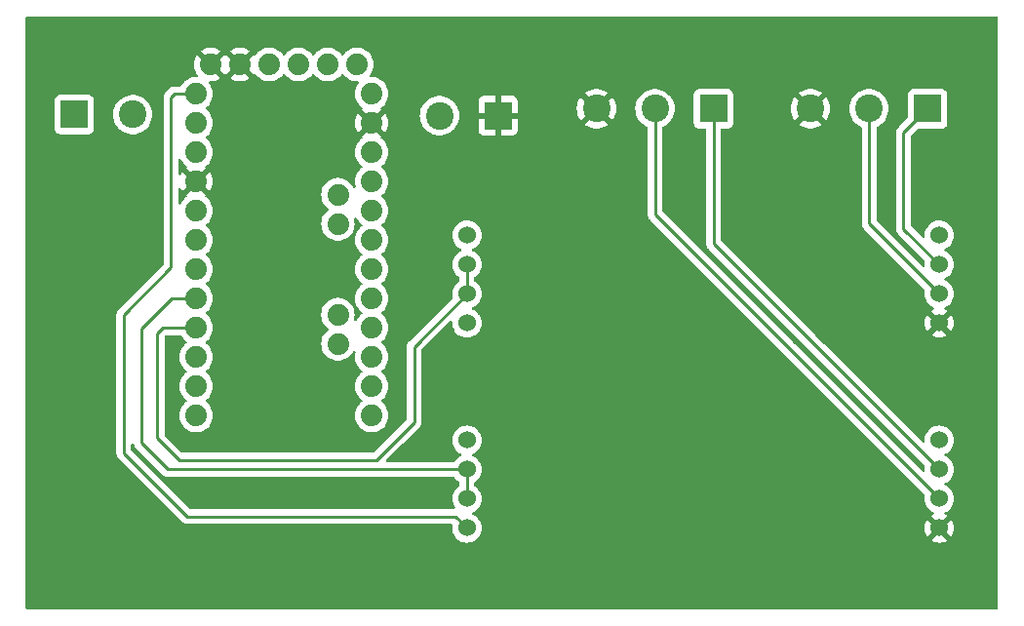
<source format=gbl>
G04 #@! TF.GenerationSoftware,KiCad,Pcbnew,7.0.0-da2b9df05c~163~ubuntu22.04.1*
G04 #@! TF.CreationDate,2023-02-23T10:10:54+01:00*
G04 #@! TF.ProjectId,dmx_interceptor,646d785f-696e-4746-9572-636570746f72,rev?*
G04 #@! TF.SameCoordinates,Original*
G04 #@! TF.FileFunction,Copper,L4,Bot*
G04 #@! TF.FilePolarity,Positive*
%FSLAX46Y46*%
G04 Gerber Fmt 4.6, Leading zero omitted, Abs format (unit mm)*
G04 Created by KiCad (PCBNEW 7.0.0-da2b9df05c~163~ubuntu22.04.1) date 2023-02-23 10:10:54*
%MOMM*%
%LPD*%
G01*
G04 APERTURE LIST*
G04 #@! TA.AperFunction,ComponentPad*
%ADD10R,2.400000X2.400000*%
G04 #@! TD*
G04 #@! TA.AperFunction,ComponentPad*
%ADD11C,2.400000*%
G04 #@! TD*
G04 #@! TA.AperFunction,ComponentPad*
%ADD12C,1.524000*%
G04 #@! TD*
G04 #@! TA.AperFunction,ComponentPad*
%ADD13C,1.879600*%
G04 #@! TD*
G04 #@! TA.AperFunction,ViaPad*
%ADD14C,0.800000*%
G04 #@! TD*
G04 #@! TA.AperFunction,Conductor*
%ADD15C,0.250000*%
G04 #@! TD*
G04 APERTURE END LIST*
D10*
X63099999Y-76199999D03*
D11*
X68180000Y-76200000D03*
D10*
X99899999Y-76299999D03*
D11*
X94820000Y-76300000D03*
D10*
X118599999Y-75699999D03*
D11*
X113520000Y-75700000D03*
X108440000Y-75700000D03*
D12*
X138200000Y-86690000D03*
X138200000Y-89230000D03*
X138200000Y-91770000D03*
X138200000Y-94310000D03*
X97200000Y-86690000D03*
X97200000Y-89230000D03*
X97200000Y-91770000D03*
X97200000Y-94310000D03*
D10*
X137179999Y-75699999D03*
D11*
X132100000Y-75700000D03*
X127020000Y-75700000D03*
D12*
X138200000Y-104490000D03*
X138200000Y-107030000D03*
X138200000Y-109570000D03*
X138200000Y-112110000D03*
X97200000Y-104490000D03*
X97200000Y-107030000D03*
X97200000Y-109570000D03*
X97200000Y-112110000D03*
D13*
X87650000Y-71860000D03*
X85110000Y-71860000D03*
X82570000Y-71860000D03*
X80030000Y-71860000D03*
X77490000Y-71860000D03*
X74950000Y-71860000D03*
X85999000Y-85703000D03*
X85999000Y-83163000D03*
X85999000Y-96117000D03*
X85999000Y-93577000D03*
X88920000Y-74400000D03*
X88920000Y-76940000D03*
X88920000Y-79480000D03*
X88920000Y-82020000D03*
X88920000Y-84560000D03*
X88920000Y-87100000D03*
X88920000Y-89640000D03*
X88920000Y-92180000D03*
X88920000Y-94720000D03*
X88920000Y-97260000D03*
X88920000Y-99800000D03*
X88920000Y-102340000D03*
X73680000Y-102340000D03*
X73680000Y-99800000D03*
X73680000Y-97260000D03*
X73680000Y-94720000D03*
X73680000Y-92180000D03*
X73680000Y-89640000D03*
X73680000Y-87100000D03*
X73680000Y-84560000D03*
X73680000Y-82020000D03*
X73680000Y-79480000D03*
X73680000Y-76940000D03*
X73680000Y-74400000D03*
D14*
X67400000Y-112900000D03*
X67400000Y-116300000D03*
X63200000Y-116300000D03*
X76300000Y-113000000D03*
X72100000Y-116400000D03*
X76300000Y-116400000D03*
X72100000Y-113000000D03*
X89400000Y-109500000D03*
X93600000Y-109500000D03*
X85000000Y-109500000D03*
X80800000Y-109500000D03*
X66100000Y-98300000D03*
X128500000Y-110800000D03*
X132700000Y-110800000D03*
X111200000Y-110700000D03*
X102300000Y-110600000D03*
X124100000Y-110800000D03*
X119900000Y-110800000D03*
X106500000Y-110600000D03*
X115400000Y-110700000D03*
X117100000Y-86300000D03*
X65900000Y-73100000D03*
X101600000Y-95500000D03*
X65600000Y-79600000D03*
X78600000Y-102100000D03*
X65900000Y-94600000D03*
X63400000Y-109200000D03*
X132400000Y-95700000D03*
X111000000Y-78900000D03*
X60900000Y-100900000D03*
X76500000Y-79100000D03*
X89400000Y-113100000D03*
X102300000Y-106100000D03*
X80800000Y-113100000D03*
X60900000Y-88100000D03*
X105800000Y-87700000D03*
X133600000Y-79100000D03*
X67600000Y-85200000D03*
X106500000Y-106100000D03*
X111000000Y-72800000D03*
X123400000Y-87900000D03*
X101600000Y-91440000D03*
X76900000Y-91800000D03*
X119600000Y-95700000D03*
X70000000Y-86700000D03*
X134500000Y-73300000D03*
X106200000Y-95500000D03*
X68400000Y-90400000D03*
X116000000Y-78800000D03*
X64800000Y-86700000D03*
X69600000Y-79600000D03*
X97200000Y-79000000D03*
X127800000Y-87900000D03*
X115100000Y-95600000D03*
X85090000Y-102870000D03*
X76900000Y-86000000D03*
X141200000Y-108400000D03*
X97300000Y-96500000D03*
X76300000Y-109300000D03*
X124100000Y-106300000D03*
X60900000Y-96700000D03*
X80800000Y-116500000D03*
X110500000Y-87800000D03*
X76900000Y-97800000D03*
X85000000Y-113100000D03*
X63400000Y-105800000D03*
X111200000Y-106200000D03*
X94600000Y-90170000D03*
X132000000Y-87900000D03*
X93600000Y-113100000D03*
X129700000Y-73300000D03*
X63200000Y-112900000D03*
X93600000Y-116500000D03*
X97300000Y-73000000D03*
X85000000Y-116500000D03*
X89400000Y-116500000D03*
X128500000Y-106300000D03*
X115400000Y-106200000D03*
X119900000Y-106300000D03*
X60900000Y-92300000D03*
X110900000Y-95600000D03*
X92710000Y-85090000D03*
X101500000Y-79000000D03*
X101600000Y-87700000D03*
X125900000Y-79500000D03*
X67600000Y-109200000D03*
D15*
X73680000Y-94720000D02*
X70780000Y-94720000D01*
X92600000Y-96370000D02*
X97200000Y-91770000D01*
X92600000Y-102900000D02*
X92600000Y-96370000D01*
X70300000Y-95200000D02*
X70300000Y-104300000D01*
X70780000Y-94720000D02*
X70300000Y-95200000D01*
X72200000Y-106200000D02*
X89300000Y-106200000D01*
X97200000Y-89230000D02*
X97200000Y-91770000D01*
X92600000Y-102900000D02*
X89300000Y-106200000D01*
X70300000Y-104300000D02*
X72200000Y-106200000D01*
X71520000Y-92180000D02*
X68900000Y-94800000D01*
X97200000Y-109570000D02*
X97200000Y-107030000D01*
X68900000Y-94800000D02*
X68900000Y-104700000D01*
X71230000Y-107030000D02*
X97200000Y-107030000D01*
X73680000Y-92180000D02*
X71520000Y-92180000D01*
X68900000Y-104700000D02*
X71230000Y-107030000D01*
X96190000Y-111100000D02*
X72900000Y-111100000D01*
X67400000Y-105600000D02*
X67400000Y-93600000D01*
X71500000Y-74700000D02*
X71800000Y-74400000D01*
X67400000Y-93600000D02*
X71500000Y-89500000D01*
X71500000Y-89500000D02*
X71500000Y-74700000D01*
X72900000Y-111100000D02*
X67400000Y-105600000D01*
X97200000Y-112110000D02*
X96190000Y-111100000D01*
X71800000Y-74400000D02*
X73680000Y-74400000D01*
X118600000Y-87430000D02*
X138200000Y-107030000D01*
X118600000Y-75700000D02*
X118600000Y-87430000D01*
X113520000Y-84890000D02*
X113520000Y-75700000D01*
X138200000Y-109570000D02*
X113520000Y-84890000D01*
X138200000Y-89230000D02*
X135100000Y-86130000D01*
X135100000Y-86130000D02*
X135100000Y-77780000D01*
X135100000Y-77780000D02*
X137180000Y-75700000D01*
X132100000Y-75700000D02*
X132100000Y-85670000D01*
X132100000Y-85670000D02*
X138200000Y-91770000D01*
G04 #@! TA.AperFunction,Conductor*
G36*
X68203420Y-104768099D02*
G01*
X68253136Y-104801887D01*
X68280871Y-104853612D01*
X68281526Y-104858797D01*
X68284443Y-104866164D01*
X68297800Y-104899901D01*
X68301645Y-104911130D01*
X68311771Y-104945986D01*
X68311773Y-104945992D01*
X68313982Y-104953593D01*
X68318014Y-104960411D01*
X68318015Y-104960413D01*
X68324293Y-104971029D01*
X68332990Y-104988782D01*
X68340448Y-105007617D01*
X68345107Y-105014030D01*
X68345108Y-105014031D01*
X68366432Y-105043381D01*
X68372948Y-105053301D01*
X68391422Y-105084538D01*
X68395458Y-105091362D01*
X68401063Y-105096967D01*
X68409778Y-105105682D01*
X68422618Y-105120715D01*
X68427676Y-105127677D01*
X68434528Y-105137107D01*
X68440635Y-105142159D01*
X68440636Y-105142160D01*
X68468598Y-105165292D01*
X68477378Y-105173282D01*
X70726342Y-107422246D01*
X70733884Y-107430533D01*
X70738000Y-107437018D01*
X70743779Y-107442444D01*
X70743780Y-107442446D01*
X70787667Y-107483658D01*
X70790509Y-107486413D01*
X70810231Y-107506135D01*
X70813359Y-107508561D01*
X70813360Y-107508562D01*
X70813414Y-107508604D01*
X70822446Y-107516317D01*
X70854679Y-107546586D01*
X70861624Y-107550404D01*
X70872430Y-107556345D01*
X70888956Y-107567201D01*
X70898690Y-107574751D01*
X70898692Y-107574752D01*
X70904960Y-107579614D01*
X70945530Y-107597170D01*
X70956186Y-107602390D01*
X70994940Y-107623695D01*
X71014566Y-107628734D01*
X71033259Y-107635134D01*
X71051855Y-107643181D01*
X71059686Y-107644421D01*
X71059689Y-107644422D01*
X71076128Y-107647025D01*
X71095525Y-107650097D01*
X71107125Y-107652498D01*
X71149970Y-107663500D01*
X71170224Y-107663500D01*
X71189934Y-107665050D01*
X71209943Y-107668220D01*
X71253961Y-107664058D01*
X71265819Y-107663500D01*
X96026996Y-107663500D01*
X96085176Y-107677737D01*
X96130208Y-107717228D01*
X96223023Y-107849781D01*
X96380219Y-108006977D01*
X96512771Y-108099791D01*
X96552263Y-108144824D01*
X96566500Y-108203004D01*
X96566500Y-108396996D01*
X96552263Y-108455176D01*
X96512771Y-108500209D01*
X96384730Y-108589864D01*
X96384727Y-108589866D01*
X96380219Y-108593023D01*
X96376327Y-108596914D01*
X96376321Y-108596920D01*
X96226920Y-108746321D01*
X96226914Y-108746327D01*
X96223023Y-108750219D01*
X96219866Y-108754727D01*
X96219864Y-108754730D01*
X96098668Y-108927815D01*
X96098662Y-108927824D01*
X96095512Y-108932324D01*
X96093188Y-108937306D01*
X96093186Y-108937311D01*
X96003883Y-109128821D01*
X96003880Y-109128827D01*
X96001560Y-109133804D01*
X96000137Y-109139112D01*
X96000137Y-109139114D01*
X95945445Y-109343223D01*
X95945443Y-109343232D01*
X95944022Y-109348537D01*
X95943543Y-109354008D01*
X95943542Y-109354016D01*
X95925453Y-109560784D01*
X95924647Y-109570000D01*
X95925126Y-109575475D01*
X95943542Y-109785983D01*
X95943543Y-109785989D01*
X95944022Y-109791463D01*
X95945443Y-109796769D01*
X95945445Y-109796776D01*
X95993279Y-109975291D01*
X96001560Y-110006196D01*
X96095512Y-110207677D01*
X96098665Y-110212180D01*
X96098668Y-110212185D01*
X96137911Y-110268229D01*
X96160428Y-110332259D01*
X96146461Y-110398680D01*
X96100063Y-110448219D01*
X96034698Y-110466500D01*
X73214594Y-110466500D01*
X73166376Y-110456909D01*
X73125499Y-110429595D01*
X68070405Y-105374500D01*
X68043091Y-105333623D01*
X68033500Y-105285405D01*
X68033500Y-104886197D01*
X68047838Y-104827822D01*
X68087590Y-104782732D01*
X68143708Y-104761191D01*
X68203420Y-104768099D01*
G37*
G04 #@! TD.AperFunction*
G04 #@! TA.AperFunction,Conductor*
G36*
X143237000Y-67716881D02*
G01*
X143283119Y-67763000D01*
X143300000Y-67826000D01*
X143300000Y-119074000D01*
X143283119Y-119137000D01*
X143237000Y-119183119D01*
X143174000Y-119200000D01*
X59026000Y-119200000D01*
X58963000Y-119183119D01*
X58916881Y-119137000D01*
X58900000Y-119074000D01*
X58900000Y-93579943D01*
X66761780Y-93579943D01*
X66762525Y-93587826D01*
X66762525Y-93587834D01*
X66765941Y-93623961D01*
X66766500Y-93635819D01*
X66766500Y-105521233D01*
X66765972Y-105532416D01*
X66764298Y-105539909D01*
X66764547Y-105547833D01*
X66764547Y-105547835D01*
X66766438Y-105607986D01*
X66766500Y-105611945D01*
X66766500Y-105639856D01*
X66766995Y-105643774D01*
X66766997Y-105643806D01*
X66767008Y-105643888D01*
X66767937Y-105655697D01*
X66769077Y-105691969D01*
X66769078Y-105691976D01*
X66769327Y-105699889D01*
X66771537Y-105707498D01*
X66771538Y-105707500D01*
X66774978Y-105719342D01*
X66778986Y-105738693D01*
X66781526Y-105758797D01*
X66784444Y-105766169D01*
X66784445Y-105766170D01*
X66797800Y-105799901D01*
X66801645Y-105811130D01*
X66811771Y-105845986D01*
X66811773Y-105845992D01*
X66813982Y-105853593D01*
X66818014Y-105860411D01*
X66818015Y-105860413D01*
X66824293Y-105871029D01*
X66832990Y-105888782D01*
X66840448Y-105907617D01*
X66845107Y-105914030D01*
X66845108Y-105914031D01*
X66866432Y-105943381D01*
X66872948Y-105953301D01*
X66891422Y-105984538D01*
X66895458Y-105991362D01*
X66901062Y-105996966D01*
X66901063Y-105996967D01*
X66909778Y-106005682D01*
X66922618Y-106020715D01*
X66934528Y-106037107D01*
X66940635Y-106042159D01*
X66940636Y-106042160D01*
X66968598Y-106065292D01*
X66977378Y-106073282D01*
X72396342Y-111492246D01*
X72403884Y-111500533D01*
X72408000Y-111507018D01*
X72413779Y-111512444D01*
X72413780Y-111512446D01*
X72457667Y-111553658D01*
X72460509Y-111556413D01*
X72480231Y-111576135D01*
X72483359Y-111578561D01*
X72483360Y-111578562D01*
X72483414Y-111578604D01*
X72492446Y-111586317D01*
X72524679Y-111616586D01*
X72531624Y-111620404D01*
X72542430Y-111626345D01*
X72558956Y-111637201D01*
X72568690Y-111644751D01*
X72568692Y-111644752D01*
X72574960Y-111649614D01*
X72615530Y-111667170D01*
X72626186Y-111672390D01*
X72657993Y-111689876D01*
X72664940Y-111693695D01*
X72684566Y-111698734D01*
X72703259Y-111705134D01*
X72721855Y-111713181D01*
X72729686Y-111714421D01*
X72729689Y-111714422D01*
X72746128Y-111717025D01*
X72765525Y-111720097D01*
X72777125Y-111722498D01*
X72819970Y-111733500D01*
X72840224Y-111733500D01*
X72859934Y-111735050D01*
X72879943Y-111738220D01*
X72923961Y-111734058D01*
X72935819Y-111733500D01*
X95821685Y-111733500D01*
X95874935Y-111745305D01*
X95918207Y-111778509D01*
X95943392Y-111826890D01*
X95945770Y-111881381D01*
X95945443Y-111883231D01*
X95944022Y-111888537D01*
X95943543Y-111894001D01*
X95943543Y-111894007D01*
X95943535Y-111894104D01*
X95924647Y-112110000D01*
X95925126Y-112115475D01*
X95943542Y-112325983D01*
X95943543Y-112325989D01*
X95944022Y-112331463D01*
X95945443Y-112336769D01*
X95945445Y-112336776D01*
X95982260Y-112474167D01*
X96001560Y-112546196D01*
X96095512Y-112747677D01*
X96098665Y-112752180D01*
X96098668Y-112752185D01*
X96172794Y-112858046D01*
X96223023Y-112929781D01*
X96380219Y-113086977D01*
X96484582Y-113160053D01*
X96557188Y-113210893D01*
X96562323Y-113214488D01*
X96763804Y-113308440D01*
X96978537Y-113365978D01*
X97200000Y-113385353D01*
X97421463Y-113365978D01*
X97636196Y-113308440D01*
X97837677Y-113214488D01*
X97901946Y-113169486D01*
X137503145Y-113169486D01*
X137510697Y-113177728D01*
X137558065Y-113210896D01*
X137567561Y-113216378D01*
X137758992Y-113305644D01*
X137769284Y-113309390D01*
X137973309Y-113364058D01*
X137984104Y-113365962D01*
X138194525Y-113384372D01*
X138205475Y-113384372D01*
X138415895Y-113365962D01*
X138426690Y-113364058D01*
X138630715Y-113309390D01*
X138641007Y-113305644D01*
X138832436Y-113216379D01*
X138841937Y-113210893D01*
X138889301Y-113177728D01*
X138896853Y-113169486D01*
X138890843Y-113160053D01*
X138211729Y-112480939D01*
X138199999Y-112474167D01*
X138188271Y-112480938D01*
X137509152Y-113160056D01*
X137503145Y-113169486D01*
X97901946Y-113169486D01*
X98019781Y-113086977D01*
X98176977Y-112929781D01*
X98304488Y-112747677D01*
X98398440Y-112546196D01*
X98455978Y-112331463D01*
X98474874Y-112115475D01*
X136925628Y-112115475D01*
X136944037Y-112325895D01*
X136945941Y-112336690D01*
X137000609Y-112540715D01*
X137004355Y-112551007D01*
X137093621Y-112742438D01*
X137099103Y-112751934D01*
X137132270Y-112799301D01*
X137140512Y-112806853D01*
X137149942Y-112800846D01*
X137829059Y-112121730D01*
X137835832Y-112109999D01*
X138564167Y-112109999D01*
X138570939Y-112121729D01*
X139250053Y-112800843D01*
X139259486Y-112806853D01*
X139267728Y-112799301D01*
X139300893Y-112751937D01*
X139306379Y-112742436D01*
X139395644Y-112551007D01*
X139399390Y-112540715D01*
X139454058Y-112336690D01*
X139455962Y-112325895D01*
X139474372Y-112115475D01*
X139474372Y-112104525D01*
X139455962Y-111894104D01*
X139454058Y-111883309D01*
X139399390Y-111679284D01*
X139395644Y-111668992D01*
X139306378Y-111477562D01*
X139300896Y-111468066D01*
X139267728Y-111420697D01*
X139259486Y-111413145D01*
X139250056Y-111419152D01*
X138570938Y-112098271D01*
X138564167Y-112109999D01*
X137835832Y-112109999D01*
X137829060Y-112098270D01*
X137149944Y-111419154D01*
X137140512Y-111413145D01*
X137132270Y-111420698D01*
X137099102Y-111468068D01*
X137093622Y-111477558D01*
X137004355Y-111668992D01*
X137000609Y-111679284D01*
X136945941Y-111883309D01*
X136944037Y-111894104D01*
X136925628Y-112104525D01*
X136925628Y-112115475D01*
X98474874Y-112115475D01*
X98475353Y-112110000D01*
X98455978Y-111888537D01*
X98398440Y-111673804D01*
X98304488Y-111472324D01*
X98176977Y-111290219D01*
X98019781Y-111133023D01*
X97915411Y-111059942D01*
X97842185Y-111008668D01*
X97842180Y-111008665D01*
X97837677Y-111005512D01*
X97727626Y-110954194D01*
X97674610Y-110907700D01*
X97654877Y-110840000D01*
X97674610Y-110772300D01*
X97727627Y-110725805D01*
X97837677Y-110674488D01*
X98019781Y-110546977D01*
X98176977Y-110389781D01*
X98304488Y-110207677D01*
X98398440Y-110006196D01*
X98455978Y-109791463D01*
X98475353Y-109570000D01*
X98455978Y-109348537D01*
X98398440Y-109133804D01*
X98304488Y-108932324D01*
X98176977Y-108750219D01*
X98019781Y-108593023D01*
X97887228Y-108500208D01*
X97847737Y-108455176D01*
X97833500Y-108396996D01*
X97833500Y-108203004D01*
X97847737Y-108144824D01*
X97887229Y-108099791D01*
X98019781Y-108006977D01*
X98176977Y-107849781D01*
X98304488Y-107667677D01*
X98398440Y-107466196D01*
X98455978Y-107251463D01*
X98475353Y-107030000D01*
X98455978Y-106808537D01*
X98398440Y-106593804D01*
X98304488Y-106392324D01*
X98176977Y-106210219D01*
X98019781Y-106053023D01*
X97870066Y-105948191D01*
X97842185Y-105928668D01*
X97842180Y-105928665D01*
X97837677Y-105925512D01*
X97727626Y-105874194D01*
X97674610Y-105827700D01*
X97654877Y-105760000D01*
X97674610Y-105692300D01*
X97727627Y-105645805D01*
X97731914Y-105643806D01*
X97837677Y-105594488D01*
X98019781Y-105466977D01*
X98176977Y-105309781D01*
X98304488Y-105127677D01*
X98398440Y-104926196D01*
X98455978Y-104711463D01*
X98475353Y-104490000D01*
X98455978Y-104268537D01*
X98398440Y-104053804D01*
X98304488Y-103852324D01*
X98176977Y-103670219D01*
X98019781Y-103513023D01*
X97948046Y-103462794D01*
X97842185Y-103388668D01*
X97842180Y-103388665D01*
X97837677Y-103385512D01*
X97739040Y-103339517D01*
X97641178Y-103293883D01*
X97641176Y-103293882D01*
X97636196Y-103291560D01*
X97575592Y-103275321D01*
X97426776Y-103235445D01*
X97426769Y-103235443D01*
X97421463Y-103234022D01*
X97415989Y-103233543D01*
X97415983Y-103233542D01*
X97205475Y-103215126D01*
X97200000Y-103214647D01*
X97194525Y-103215126D01*
X96984016Y-103233542D01*
X96984008Y-103233543D01*
X96978537Y-103234022D01*
X96973232Y-103235443D01*
X96973223Y-103235445D01*
X96769114Y-103290137D01*
X96769112Y-103290137D01*
X96763804Y-103291560D01*
X96758827Y-103293880D01*
X96758821Y-103293883D01*
X96567311Y-103383186D01*
X96567306Y-103383188D01*
X96562324Y-103385512D01*
X96557824Y-103388662D01*
X96557815Y-103388668D01*
X96384730Y-103509864D01*
X96384727Y-103509866D01*
X96380219Y-103513023D01*
X96376327Y-103516914D01*
X96376321Y-103516920D01*
X96226920Y-103666321D01*
X96226914Y-103666327D01*
X96223023Y-103670219D01*
X96219866Y-103674727D01*
X96219864Y-103674730D01*
X96098668Y-103847815D01*
X96098662Y-103847824D01*
X96095512Y-103852324D01*
X96093188Y-103857306D01*
X96093186Y-103857311D01*
X96003883Y-104048821D01*
X96003880Y-104048827D01*
X96001560Y-104053804D01*
X96000137Y-104059112D01*
X96000137Y-104059114D01*
X95945445Y-104263223D01*
X95945443Y-104263232D01*
X95944022Y-104268537D01*
X95943543Y-104274008D01*
X95943542Y-104274016D01*
X95936916Y-104349759D01*
X95924647Y-104490000D01*
X95925126Y-104495475D01*
X95943542Y-104705983D01*
X95943543Y-104705989D01*
X95944022Y-104711463D01*
X95945443Y-104716769D01*
X95945445Y-104716776D01*
X95975479Y-104828861D01*
X96001560Y-104926196D01*
X96003882Y-104931176D01*
X96003883Y-104931178D01*
X96022466Y-104971029D01*
X96095512Y-105127677D01*
X96098665Y-105132180D01*
X96098668Y-105132185D01*
X96105653Y-105142160D01*
X96223023Y-105309781D01*
X96380219Y-105466977D01*
X96562323Y-105594488D01*
X96659615Y-105639856D01*
X96672373Y-105645805D01*
X96725390Y-105692300D01*
X96745123Y-105760000D01*
X96725390Y-105827700D01*
X96672373Y-105874195D01*
X96567311Y-105923186D01*
X96567306Y-105923188D01*
X96562324Y-105925512D01*
X96557824Y-105928662D01*
X96557815Y-105928668D01*
X96384730Y-106049864D01*
X96384727Y-106049866D01*
X96380219Y-106053023D01*
X96376327Y-106056914D01*
X96376321Y-106056920D01*
X96226920Y-106206321D01*
X96226914Y-106206327D01*
X96223023Y-106210219D01*
X96219866Y-106214727D01*
X96219864Y-106214730D01*
X96130209Y-106342771D01*
X96085176Y-106382263D01*
X96026996Y-106396500D01*
X90303594Y-106396500D01*
X90246391Y-106382767D01*
X90201658Y-106344561D01*
X90179145Y-106290211D01*
X90183761Y-106231564D01*
X90214499Y-106181405D01*
X91596015Y-104799889D01*
X92992264Y-103403639D01*
X93000535Y-103396113D01*
X93007018Y-103392000D01*
X93053660Y-103342329D01*
X93056352Y-103339551D01*
X93076135Y-103319770D01*
X93078613Y-103316574D01*
X93086308Y-103307563D01*
X93116586Y-103275321D01*
X93126348Y-103257562D01*
X93137195Y-103241050D01*
X93149614Y-103225041D01*
X93167179Y-103184446D01*
X93172388Y-103173814D01*
X93193695Y-103135060D01*
X93198733Y-103115434D01*
X93205134Y-103096737D01*
X93213181Y-103078145D01*
X93220096Y-103034477D01*
X93222504Y-103022853D01*
X93231529Y-102987705D01*
X93233500Y-102980030D01*
X93233500Y-102959776D01*
X93235051Y-102940065D01*
X93236980Y-102927885D01*
X93238220Y-102920057D01*
X93234058Y-102876038D01*
X93233500Y-102864181D01*
X93233500Y-96684594D01*
X93243091Y-96636376D01*
X93270405Y-96595499D01*
X93877002Y-95988902D01*
X95715215Y-94150687D01*
X95767469Y-94119290D01*
X95828350Y-94116099D01*
X95883602Y-94141863D01*
X95920291Y-94190551D01*
X95929829Y-94250765D01*
X95928262Y-94268677D01*
X95924647Y-94310000D01*
X95925126Y-94315475D01*
X95943542Y-94525983D01*
X95943543Y-94525989D01*
X95944022Y-94531463D01*
X95945443Y-94536769D01*
X95945445Y-94536776D01*
X95984074Y-94680938D01*
X96001560Y-94746196D01*
X96003882Y-94751176D01*
X96003883Y-94751178D01*
X96083067Y-94920989D01*
X96095512Y-94947677D01*
X96098665Y-94952180D01*
X96098668Y-94952185D01*
X96147452Y-95021855D01*
X96223023Y-95129781D01*
X96380219Y-95286977D01*
X96484582Y-95360053D01*
X96557188Y-95410893D01*
X96562323Y-95414488D01*
X96763804Y-95508440D01*
X96978537Y-95565978D01*
X97200000Y-95585353D01*
X97421463Y-95565978D01*
X97636196Y-95508440D01*
X97837677Y-95414488D01*
X98019781Y-95286977D01*
X98176977Y-95129781D01*
X98304488Y-94947677D01*
X98398440Y-94746196D01*
X98455978Y-94531463D01*
X98475353Y-94310000D01*
X98455978Y-94088537D01*
X98398440Y-93873804D01*
X98304488Y-93672324D01*
X98287175Y-93647599D01*
X98267257Y-93619152D01*
X98176977Y-93490219D01*
X98019781Y-93333023D01*
X97936857Y-93274959D01*
X97842185Y-93208668D01*
X97842180Y-93208665D01*
X97837677Y-93205512D01*
X97727626Y-93154194D01*
X97674610Y-93107700D01*
X97654877Y-93040000D01*
X97674610Y-92972300D01*
X97727627Y-92925805D01*
X97837677Y-92874488D01*
X98019781Y-92746977D01*
X98176977Y-92589781D01*
X98304488Y-92407677D01*
X98398440Y-92206196D01*
X98455978Y-91991463D01*
X98475353Y-91770000D01*
X98455978Y-91548537D01*
X98398440Y-91333804D01*
X98304488Y-91132324D01*
X98287175Y-91107599D01*
X98187564Y-90965339D01*
X98176977Y-90950219D01*
X98019781Y-90793023D01*
X97887228Y-90700208D01*
X97847737Y-90655176D01*
X97833500Y-90596996D01*
X97833500Y-90403004D01*
X97847737Y-90344824D01*
X97887229Y-90299791D01*
X98019781Y-90206977D01*
X98176977Y-90049781D01*
X98304488Y-89867677D01*
X98398440Y-89666196D01*
X98455978Y-89451463D01*
X98475353Y-89230000D01*
X98455978Y-89008537D01*
X98398440Y-88793804D01*
X98304488Y-88592324D01*
X98287175Y-88567599D01*
X98187564Y-88425339D01*
X98176977Y-88410219D01*
X98019781Y-88253023D01*
X97948046Y-88202794D01*
X97842185Y-88128668D01*
X97842180Y-88128665D01*
X97837677Y-88125512D01*
X97727626Y-88074194D01*
X97674610Y-88027700D01*
X97654877Y-87960000D01*
X97674610Y-87892300D01*
X97727627Y-87845805D01*
X97734292Y-87842697D01*
X97837677Y-87794488D01*
X98019781Y-87666977D01*
X98176977Y-87509781D01*
X98304488Y-87327677D01*
X98398440Y-87126196D01*
X98455978Y-86911463D01*
X98475353Y-86690000D01*
X98455978Y-86468537D01*
X98398440Y-86253804D01*
X98304488Y-86052324D01*
X98287175Y-86027599D01*
X98227378Y-85942199D01*
X98176977Y-85870219D01*
X98019781Y-85713023D01*
X97948046Y-85662794D01*
X97842185Y-85588668D01*
X97842180Y-85588665D01*
X97837677Y-85585512D01*
X97636196Y-85491560D01*
X97551987Y-85468996D01*
X97426776Y-85435445D01*
X97426769Y-85435443D01*
X97421463Y-85434022D01*
X97415989Y-85433543D01*
X97415983Y-85433542D01*
X97205475Y-85415126D01*
X97200000Y-85414647D01*
X97194525Y-85415126D01*
X96984016Y-85433542D01*
X96984008Y-85433543D01*
X96978537Y-85434022D01*
X96973232Y-85435443D01*
X96973223Y-85435445D01*
X96769114Y-85490137D01*
X96769112Y-85490137D01*
X96763804Y-85491560D01*
X96758827Y-85493880D01*
X96758821Y-85493883D01*
X96567311Y-85583186D01*
X96567306Y-85583188D01*
X96562324Y-85585512D01*
X96557824Y-85588662D01*
X96557815Y-85588668D01*
X96384730Y-85709864D01*
X96384727Y-85709866D01*
X96380219Y-85713023D01*
X96376327Y-85716914D01*
X96376321Y-85716920D01*
X96226920Y-85866321D01*
X96226914Y-85866327D01*
X96223023Y-85870219D01*
X96219866Y-85874727D01*
X96219864Y-85874730D01*
X96098668Y-86047815D01*
X96098662Y-86047824D01*
X96095512Y-86052324D01*
X96093188Y-86057306D01*
X96093186Y-86057311D01*
X96003883Y-86248821D01*
X96003880Y-86248827D01*
X96001560Y-86253804D01*
X96000137Y-86259112D01*
X96000137Y-86259114D01*
X95945445Y-86463223D01*
X95945443Y-86463232D01*
X95944022Y-86468537D01*
X95943543Y-86474008D01*
X95943542Y-86474016D01*
X95930478Y-86623348D01*
X95924647Y-86690000D01*
X95925126Y-86695475D01*
X95943542Y-86905983D01*
X95943543Y-86905989D01*
X95944022Y-86911463D01*
X95945443Y-86916769D01*
X95945445Y-86916776D01*
X95993150Y-87094811D01*
X96001560Y-87126196D01*
X96095512Y-87327677D01*
X96098665Y-87332180D01*
X96098668Y-87332185D01*
X96125083Y-87369909D01*
X96223023Y-87509781D01*
X96380219Y-87666977D01*
X96470569Y-87730241D01*
X96539048Y-87778191D01*
X96562323Y-87794488D01*
X96619955Y-87821362D01*
X96672373Y-87845805D01*
X96725390Y-87892300D01*
X96745123Y-87960000D01*
X96725390Y-88027700D01*
X96672373Y-88074195D01*
X96567311Y-88123186D01*
X96567306Y-88123188D01*
X96562324Y-88125512D01*
X96557824Y-88128662D01*
X96557815Y-88128668D01*
X96384730Y-88249864D01*
X96384727Y-88249866D01*
X96380219Y-88253023D01*
X96376327Y-88256914D01*
X96376321Y-88256920D01*
X96226920Y-88406321D01*
X96226914Y-88406327D01*
X96223023Y-88410219D01*
X96219866Y-88414727D01*
X96219864Y-88414730D01*
X96098668Y-88587815D01*
X96098662Y-88587824D01*
X96095512Y-88592324D01*
X96093188Y-88597306D01*
X96093186Y-88597311D01*
X96003883Y-88788821D01*
X96003880Y-88788827D01*
X96001560Y-88793804D01*
X96000137Y-88799112D01*
X96000137Y-88799114D01*
X95945445Y-89003223D01*
X95945443Y-89003232D01*
X95944022Y-89008537D01*
X95943543Y-89014008D01*
X95943542Y-89014016D01*
X95930478Y-89163348D01*
X95924647Y-89230000D01*
X95925126Y-89235475D01*
X95943542Y-89445983D01*
X95943543Y-89445989D01*
X95944022Y-89451463D01*
X95945443Y-89456769D01*
X95945445Y-89456776D01*
X95970387Y-89549858D01*
X96001560Y-89666196D01*
X96095512Y-89867677D01*
X96098665Y-89872180D01*
X96098668Y-89872185D01*
X96131987Y-89919769D01*
X96223023Y-90049781D01*
X96380219Y-90206977D01*
X96512771Y-90299791D01*
X96552263Y-90344824D01*
X96566500Y-90403004D01*
X96566500Y-90596996D01*
X96552263Y-90655176D01*
X96512771Y-90700209D01*
X96384730Y-90789864D01*
X96384727Y-90789866D01*
X96380219Y-90793023D01*
X96376327Y-90796914D01*
X96376321Y-90796920D01*
X96226920Y-90946321D01*
X96226914Y-90946327D01*
X96223023Y-90950219D01*
X96219866Y-90954727D01*
X96219864Y-90954730D01*
X96098668Y-91127815D01*
X96098662Y-91127824D01*
X96095512Y-91132324D01*
X96093188Y-91137306D01*
X96093186Y-91137311D01*
X96003883Y-91328821D01*
X96003880Y-91328827D01*
X96001560Y-91333804D01*
X96000137Y-91339112D01*
X96000137Y-91339114D01*
X95945445Y-91543223D01*
X95945443Y-91543232D01*
X95944022Y-91548537D01*
X95943543Y-91554008D01*
X95943542Y-91554016D01*
X95926519Y-91748604D01*
X95924647Y-91770000D01*
X95925126Y-91775475D01*
X95943542Y-91985983D01*
X95943543Y-91985989D01*
X95944022Y-91991463D01*
X95945443Y-91996767D01*
X95945446Y-91996783D01*
X95954485Y-92030516D01*
X95954484Y-92095737D01*
X95921873Y-92152220D01*
X92207742Y-95866351D01*
X92199459Y-95873888D01*
X92192982Y-95878000D01*
X92187563Y-95883769D01*
X92187555Y-95883777D01*
X92146370Y-95927635D01*
X92143621Y-95930472D01*
X92126667Y-95947427D01*
X92126660Y-95947434D01*
X92123865Y-95950230D01*
X92121442Y-95953352D01*
X92121426Y-95953371D01*
X92121365Y-95953451D01*
X92113690Y-95962435D01*
X92088838Y-95988902D01*
X92088835Y-95988904D01*
X92083414Y-95994679D01*
X92079600Y-96001614D01*
X92079592Y-96001627D01*
X92073650Y-96012436D01*
X92062803Y-96028949D01*
X92055243Y-96038695D01*
X92055237Y-96038704D01*
X92050386Y-96044959D01*
X92047242Y-96052223D01*
X92047238Y-96052231D01*
X92032824Y-96085540D01*
X92027604Y-96096195D01*
X92010125Y-96127989D01*
X92010121Y-96127997D01*
X92006305Y-96134940D01*
X92004333Y-96142616D01*
X92004331Y-96142624D01*
X92001266Y-96154562D01*
X91994865Y-96173259D01*
X91989968Y-96184576D01*
X91989966Y-96184581D01*
X91986819Y-96191855D01*
X91985579Y-96199680D01*
X91985577Y-96199689D01*
X91979901Y-96235524D01*
X91977495Y-96247144D01*
X91968471Y-96282289D01*
X91968469Y-96282297D01*
X91966500Y-96289970D01*
X91966500Y-96297899D01*
X91966500Y-96310224D01*
X91964949Y-96329935D01*
X91963019Y-96342114D01*
X91963018Y-96342121D01*
X91961780Y-96349943D01*
X91962525Y-96357826D01*
X91962525Y-96357834D01*
X91965941Y-96393961D01*
X91966500Y-96405819D01*
X91966500Y-102585406D01*
X91956909Y-102633624D01*
X91929595Y-102674501D01*
X89074500Y-105529595D01*
X89033623Y-105556909D01*
X88985405Y-105566500D01*
X72514594Y-105566500D01*
X72466376Y-105556909D01*
X72425499Y-105529595D01*
X70970405Y-104074500D01*
X70943091Y-104033623D01*
X70933500Y-103985405D01*
X70933500Y-95514594D01*
X70943091Y-95466376D01*
X70970405Y-95425499D01*
X71005499Y-95390405D01*
X71046376Y-95363091D01*
X71094594Y-95353500D01*
X72295818Y-95353500D01*
X72360335Y-95371271D01*
X72400165Y-95412805D01*
X72401892Y-95411677D01*
X72533171Y-95612613D01*
X72695731Y-95789201D01*
X72699840Y-95792399D01*
X72699842Y-95792401D01*
X72825967Y-95890568D01*
X72861773Y-95934661D01*
X72874576Y-95990000D01*
X72861773Y-96045339D01*
X72825967Y-96089432D01*
X72699842Y-96187598D01*
X72699833Y-96187606D01*
X72695731Y-96190799D01*
X72692203Y-96194630D01*
X72692199Y-96194635D01*
X72536706Y-96363546D01*
X72536701Y-96363552D01*
X72533171Y-96367387D01*
X72530321Y-96371748D01*
X72530318Y-96371753D01*
X72404741Y-96563962D01*
X72401892Y-96568323D01*
X72399802Y-96573086D01*
X72399799Y-96573093D01*
X72307573Y-96783348D01*
X72307570Y-96783356D01*
X72305478Y-96788126D01*
X72304197Y-96793182D01*
X72304196Y-96793187D01*
X72286432Y-96863337D01*
X72246557Y-97020801D01*
X72246127Y-97025989D01*
X72246126Y-97025996D01*
X72233169Y-97182364D01*
X72226736Y-97260000D01*
X72227166Y-97265189D01*
X72242302Y-97447860D01*
X72246557Y-97499199D01*
X72305478Y-97731874D01*
X72401892Y-97951677D01*
X72533171Y-98152613D01*
X72695731Y-98329201D01*
X72699840Y-98332399D01*
X72699842Y-98332401D01*
X72825967Y-98430568D01*
X72861773Y-98474661D01*
X72874576Y-98530000D01*
X72861773Y-98585339D01*
X72825967Y-98629432D01*
X72699842Y-98727598D01*
X72699833Y-98727606D01*
X72695731Y-98730799D01*
X72692203Y-98734630D01*
X72692199Y-98734635D01*
X72536706Y-98903546D01*
X72536701Y-98903552D01*
X72533171Y-98907387D01*
X72530321Y-98911748D01*
X72530318Y-98911753D01*
X72404741Y-99103962D01*
X72401892Y-99108323D01*
X72399802Y-99113086D01*
X72399799Y-99113093D01*
X72307573Y-99323348D01*
X72307570Y-99323356D01*
X72305478Y-99328126D01*
X72246557Y-99560801D01*
X72246127Y-99565989D01*
X72246126Y-99565996D01*
X72227812Y-99787009D01*
X72226736Y-99800000D01*
X72246557Y-100039199D01*
X72305478Y-100271874D01*
X72401892Y-100491677D01*
X72533171Y-100692613D01*
X72695731Y-100869201D01*
X72699840Y-100872399D01*
X72699842Y-100872401D01*
X72825967Y-100970568D01*
X72861773Y-101014661D01*
X72874576Y-101070000D01*
X72861773Y-101125339D01*
X72825967Y-101169432D01*
X72699842Y-101267598D01*
X72699833Y-101267606D01*
X72695731Y-101270799D01*
X72692203Y-101274630D01*
X72692199Y-101274635D01*
X72536706Y-101443546D01*
X72536701Y-101443552D01*
X72533171Y-101447387D01*
X72530321Y-101451748D01*
X72530318Y-101451753D01*
X72404741Y-101643962D01*
X72401892Y-101648323D01*
X72399802Y-101653086D01*
X72399799Y-101653093D01*
X72307573Y-101863348D01*
X72307570Y-101863356D01*
X72305478Y-101868126D01*
X72246557Y-102100801D01*
X72246127Y-102105989D01*
X72246126Y-102105996D01*
X72227812Y-102327009D01*
X72226736Y-102340000D01*
X72246557Y-102579199D01*
X72305478Y-102811874D01*
X72307571Y-102816647D01*
X72307573Y-102816651D01*
X72382604Y-102987705D01*
X72401892Y-103031677D01*
X72533171Y-103232613D01*
X72695731Y-103409201D01*
X72885140Y-103556624D01*
X73096231Y-103670860D01*
X73323245Y-103748795D01*
X73559990Y-103788300D01*
X73794799Y-103788300D01*
X73800010Y-103788300D01*
X74036755Y-103748795D01*
X74263769Y-103670860D01*
X74474860Y-103556624D01*
X74664269Y-103409201D01*
X74826829Y-103232613D01*
X74958108Y-103031677D01*
X75054522Y-102811874D01*
X75113443Y-102579199D01*
X75133264Y-102340000D01*
X75113443Y-102100801D01*
X75054522Y-101868126D01*
X74958108Y-101648323D01*
X74826829Y-101447387D01*
X74664269Y-101270799D01*
X74534030Y-101169430D01*
X74498226Y-101125339D01*
X74485423Y-101070000D01*
X74498226Y-101014661D01*
X74534030Y-100970569D01*
X74664269Y-100869201D01*
X74826829Y-100692613D01*
X74958108Y-100491677D01*
X75054522Y-100271874D01*
X75113443Y-100039199D01*
X75133264Y-99800000D01*
X75113443Y-99560801D01*
X75054522Y-99328126D01*
X74958108Y-99108323D01*
X74826829Y-98907387D01*
X74664269Y-98730799D01*
X74534030Y-98629430D01*
X74498226Y-98585339D01*
X74485423Y-98530000D01*
X74498226Y-98474661D01*
X74534030Y-98430569D01*
X74664269Y-98329201D01*
X74826829Y-98152613D01*
X74958108Y-97951677D01*
X75054522Y-97731874D01*
X75113443Y-97499199D01*
X75133264Y-97260000D01*
X75113443Y-97020801D01*
X75054522Y-96788126D01*
X74958108Y-96568323D01*
X74826829Y-96367387D01*
X74664269Y-96190799D01*
X74569452Y-96117000D01*
X84545736Y-96117000D01*
X84546166Y-96122189D01*
X84565038Y-96349943D01*
X84565557Y-96356199D01*
X84624478Y-96588874D01*
X84626571Y-96593647D01*
X84626573Y-96593651D01*
X84714097Y-96793187D01*
X84720892Y-96808677D01*
X84852171Y-97009613D01*
X85014731Y-97186201D01*
X85204140Y-97333624D01*
X85415231Y-97447860D01*
X85642245Y-97525795D01*
X85878990Y-97565300D01*
X86113799Y-97565300D01*
X86119010Y-97565300D01*
X86355755Y-97525795D01*
X86582769Y-97447860D01*
X86793860Y-97333624D01*
X86983269Y-97186201D01*
X87145829Y-97009613D01*
X87277108Y-96808677D01*
X87288899Y-96781795D01*
X87326894Y-96732977D01*
X87383545Y-96708126D01*
X87445197Y-96713233D01*
X87496987Y-96747068D01*
X87526431Y-96801475D01*
X87526432Y-96863337D01*
X87486557Y-97020801D01*
X87486127Y-97025989D01*
X87486126Y-97025996D01*
X87473169Y-97182364D01*
X87466736Y-97260000D01*
X87467166Y-97265189D01*
X87482302Y-97447860D01*
X87486557Y-97499199D01*
X87545478Y-97731874D01*
X87641892Y-97951677D01*
X87773171Y-98152613D01*
X87935731Y-98329201D01*
X87939840Y-98332399D01*
X87939842Y-98332401D01*
X88065967Y-98430568D01*
X88101773Y-98474661D01*
X88114576Y-98530000D01*
X88101773Y-98585339D01*
X88065967Y-98629432D01*
X87939842Y-98727598D01*
X87939833Y-98727606D01*
X87935731Y-98730799D01*
X87932203Y-98734630D01*
X87932199Y-98734635D01*
X87776706Y-98903546D01*
X87776701Y-98903552D01*
X87773171Y-98907387D01*
X87770321Y-98911748D01*
X87770318Y-98911753D01*
X87644741Y-99103962D01*
X87641892Y-99108323D01*
X87639802Y-99113086D01*
X87639799Y-99113093D01*
X87547573Y-99323348D01*
X87547570Y-99323356D01*
X87545478Y-99328126D01*
X87486557Y-99560801D01*
X87486127Y-99565989D01*
X87486126Y-99565996D01*
X87467812Y-99787009D01*
X87466736Y-99800000D01*
X87486557Y-100039199D01*
X87545478Y-100271874D01*
X87641892Y-100491677D01*
X87773171Y-100692613D01*
X87935731Y-100869201D01*
X87939840Y-100872399D01*
X87939842Y-100872401D01*
X88065967Y-100970568D01*
X88101773Y-101014661D01*
X88114576Y-101070000D01*
X88101773Y-101125339D01*
X88065967Y-101169432D01*
X87939842Y-101267598D01*
X87939833Y-101267606D01*
X87935731Y-101270799D01*
X87932203Y-101274630D01*
X87932199Y-101274635D01*
X87776706Y-101443546D01*
X87776701Y-101443552D01*
X87773171Y-101447387D01*
X87770321Y-101451748D01*
X87770318Y-101451753D01*
X87644741Y-101643962D01*
X87641892Y-101648323D01*
X87639802Y-101653086D01*
X87639799Y-101653093D01*
X87547573Y-101863348D01*
X87547570Y-101863356D01*
X87545478Y-101868126D01*
X87486557Y-102100801D01*
X87486127Y-102105989D01*
X87486126Y-102105996D01*
X87467812Y-102327009D01*
X87466736Y-102340000D01*
X87486557Y-102579199D01*
X87545478Y-102811874D01*
X87547571Y-102816647D01*
X87547573Y-102816651D01*
X87622604Y-102987705D01*
X87641892Y-103031677D01*
X87773171Y-103232613D01*
X87935731Y-103409201D01*
X88125140Y-103556624D01*
X88336231Y-103670860D01*
X88563245Y-103748795D01*
X88799990Y-103788300D01*
X89034799Y-103788300D01*
X89040010Y-103788300D01*
X89276755Y-103748795D01*
X89503769Y-103670860D01*
X89714860Y-103556624D01*
X89904269Y-103409201D01*
X90066829Y-103232613D01*
X90198108Y-103031677D01*
X90294522Y-102811874D01*
X90353443Y-102579199D01*
X90373264Y-102340000D01*
X90353443Y-102100801D01*
X90294522Y-101868126D01*
X90198108Y-101648323D01*
X90066829Y-101447387D01*
X89904269Y-101270799D01*
X89774030Y-101169430D01*
X89738226Y-101125339D01*
X89725423Y-101070000D01*
X89738226Y-101014661D01*
X89774030Y-100970569D01*
X89904269Y-100869201D01*
X90066829Y-100692613D01*
X90198108Y-100491677D01*
X90294522Y-100271874D01*
X90353443Y-100039199D01*
X90373264Y-99800000D01*
X90353443Y-99560801D01*
X90294522Y-99328126D01*
X90198108Y-99108323D01*
X90066829Y-98907387D01*
X89904269Y-98730799D01*
X89774030Y-98629430D01*
X89738226Y-98585339D01*
X89725423Y-98530000D01*
X89738226Y-98474661D01*
X89774030Y-98430569D01*
X89904269Y-98329201D01*
X90066829Y-98152613D01*
X90198108Y-97951677D01*
X90294522Y-97731874D01*
X90353443Y-97499199D01*
X90373264Y-97260000D01*
X90353443Y-97020801D01*
X90294522Y-96788126D01*
X90198108Y-96568323D01*
X90066829Y-96367387D01*
X89904269Y-96190799D01*
X89774030Y-96089430D01*
X89738226Y-96045339D01*
X89725423Y-95990000D01*
X89738226Y-95934661D01*
X89774030Y-95890569D01*
X89904269Y-95789201D01*
X90066829Y-95612613D01*
X90198108Y-95411677D01*
X90294522Y-95191874D01*
X90353443Y-94959199D01*
X90373264Y-94720000D01*
X90353443Y-94480801D01*
X90294522Y-94248126D01*
X90198108Y-94028323D01*
X90066829Y-93827387D01*
X89904269Y-93650799D01*
X89774030Y-93549430D01*
X89738226Y-93505339D01*
X89725423Y-93450000D01*
X89738226Y-93394661D01*
X89774030Y-93350569D01*
X89904269Y-93249201D01*
X90066829Y-93072613D01*
X90198108Y-92871677D01*
X90294522Y-92651874D01*
X90353443Y-92419199D01*
X90373264Y-92180000D01*
X90353443Y-91940801D01*
X90294522Y-91708126D01*
X90198108Y-91488323D01*
X90066829Y-91287387D01*
X89904269Y-91110799D01*
X89774030Y-91009430D01*
X89738226Y-90965339D01*
X89725423Y-90910000D01*
X89738226Y-90854661D01*
X89774030Y-90810569D01*
X89904269Y-90709201D01*
X90066829Y-90532613D01*
X90198108Y-90331677D01*
X90294522Y-90111874D01*
X90353443Y-89879199D01*
X90373264Y-89640000D01*
X90353443Y-89400801D01*
X90294522Y-89168126D01*
X90198108Y-88948323D01*
X90066829Y-88747387D01*
X89904269Y-88570799D01*
X89774030Y-88469430D01*
X89738226Y-88425339D01*
X89725423Y-88370000D01*
X89738226Y-88314661D01*
X89774030Y-88270569D01*
X89904269Y-88169201D01*
X90066829Y-87992613D01*
X90198108Y-87791677D01*
X90294522Y-87571874D01*
X90353443Y-87339199D01*
X90373264Y-87100000D01*
X90353443Y-86860801D01*
X90294522Y-86628126D01*
X90198108Y-86408323D01*
X90066829Y-86207387D01*
X89904269Y-86030799D01*
X89774030Y-85929430D01*
X89738226Y-85885339D01*
X89725423Y-85830000D01*
X89738226Y-85774661D01*
X89774030Y-85730569D01*
X89904269Y-85629201D01*
X90066829Y-85452613D01*
X90198108Y-85251677D01*
X90294522Y-85031874D01*
X90353443Y-84799199D01*
X90373264Y-84560000D01*
X90353443Y-84320801D01*
X90294522Y-84088126D01*
X90198108Y-83868323D01*
X90066829Y-83667387D01*
X89904269Y-83490799D01*
X89774030Y-83389430D01*
X89738226Y-83345339D01*
X89725423Y-83290000D01*
X89738226Y-83234661D01*
X89774030Y-83190569D01*
X89904269Y-83089201D01*
X90066829Y-82912613D01*
X90198108Y-82711677D01*
X90294522Y-82491874D01*
X90353443Y-82259199D01*
X90373264Y-82020000D01*
X90353443Y-81780801D01*
X90294522Y-81548126D01*
X90198108Y-81328323D01*
X90066829Y-81127387D01*
X89904269Y-80950799D01*
X89774030Y-80849430D01*
X89738226Y-80805339D01*
X89725423Y-80750000D01*
X89738226Y-80694661D01*
X89774030Y-80650569D01*
X89904269Y-80549201D01*
X90066829Y-80372613D01*
X90198108Y-80171677D01*
X90294522Y-79951874D01*
X90353443Y-79719199D01*
X90373264Y-79480000D01*
X90353443Y-79240801D01*
X90294522Y-79008126D01*
X90198108Y-78788323D01*
X90066829Y-78587387D01*
X89904269Y-78410799D01*
X89900158Y-78407599D01*
X89900157Y-78407598D01*
X89766946Y-78303916D01*
X89728151Y-78253237D01*
X89719167Y-78190049D01*
X89742298Y-78130565D01*
X89743777Y-78128522D01*
X89737011Y-78116222D01*
X88931730Y-77310940D01*
X88919999Y-77304167D01*
X88908270Y-77310939D01*
X88102989Y-78116220D01*
X88096221Y-78128522D01*
X88097701Y-78130565D01*
X88120832Y-78190049D01*
X88111848Y-78253237D01*
X88073053Y-78303915D01*
X87939849Y-78407592D01*
X87939836Y-78407603D01*
X87935731Y-78410799D01*
X87932203Y-78414630D01*
X87932199Y-78414635D01*
X87776706Y-78583546D01*
X87776701Y-78583552D01*
X87773171Y-78587387D01*
X87770321Y-78591748D01*
X87770318Y-78591753D01*
X87644741Y-78783962D01*
X87641892Y-78788323D01*
X87639802Y-78793086D01*
X87639799Y-78793093D01*
X87547573Y-79003348D01*
X87547570Y-79003356D01*
X87545478Y-79008126D01*
X87486557Y-79240801D01*
X87486127Y-79245989D01*
X87486126Y-79245996D01*
X87467812Y-79467009D01*
X87466736Y-79480000D01*
X87486557Y-79719199D01*
X87545478Y-79951874D01*
X87547571Y-79956647D01*
X87547573Y-79956651D01*
X87639799Y-80166906D01*
X87641892Y-80171677D01*
X87773171Y-80372613D01*
X87935731Y-80549201D01*
X87939840Y-80552399D01*
X87939842Y-80552401D01*
X88065967Y-80650568D01*
X88101773Y-80694661D01*
X88114576Y-80750000D01*
X88101773Y-80805339D01*
X88065967Y-80849432D01*
X87939842Y-80947598D01*
X87939833Y-80947606D01*
X87935731Y-80950799D01*
X87932203Y-80954630D01*
X87932199Y-80954635D01*
X87776706Y-81123546D01*
X87776701Y-81123552D01*
X87773171Y-81127387D01*
X87770321Y-81131748D01*
X87770318Y-81131753D01*
X87723757Y-81203020D01*
X87641892Y-81328323D01*
X87639802Y-81333086D01*
X87639799Y-81333093D01*
X87547573Y-81543348D01*
X87547570Y-81543356D01*
X87545478Y-81548126D01*
X87544197Y-81553182D01*
X87544196Y-81553187D01*
X87503296Y-81714700D01*
X87486557Y-81780801D01*
X87486127Y-81785989D01*
X87486126Y-81785996D01*
X87482097Y-81834620D01*
X87466736Y-82020000D01*
X87467166Y-82025189D01*
X87486119Y-82253921D01*
X87486557Y-82259199D01*
X87526432Y-82416661D01*
X87526431Y-82478524D01*
X87496987Y-82532930D01*
X87445198Y-82566765D01*
X87383546Y-82571873D01*
X87326895Y-82547023D01*
X87288899Y-82498204D01*
X87283902Y-82486812D01*
X87277108Y-82471323D01*
X87145829Y-82270387D01*
X86983269Y-82093799D01*
X86979160Y-82090601D01*
X86979157Y-82090598D01*
X86797970Y-81949575D01*
X86793860Y-81946376D01*
X86582769Y-81832140D01*
X86577843Y-81830448D01*
X86577841Y-81830448D01*
X86448358Y-81785996D01*
X86355755Y-81754205D01*
X86320323Y-81748292D01*
X86124147Y-81715557D01*
X86124144Y-81715556D01*
X86119010Y-81714700D01*
X85878990Y-81714700D01*
X85873856Y-81715556D01*
X85873852Y-81715557D01*
X85647380Y-81753348D01*
X85647378Y-81753348D01*
X85642245Y-81754205D01*
X85637320Y-81755895D01*
X85637319Y-81755896D01*
X85420158Y-81830448D01*
X85420152Y-81830450D01*
X85415231Y-81832140D01*
X85410649Y-81834619D01*
X85410648Y-81834620D01*
X85208722Y-81943896D01*
X85208718Y-81943898D01*
X85204140Y-81946376D01*
X85200034Y-81949571D01*
X85200029Y-81949575D01*
X85018842Y-82090598D01*
X85018833Y-82090606D01*
X85014731Y-82093799D01*
X85011203Y-82097630D01*
X85011199Y-82097635D01*
X84855706Y-82266546D01*
X84855701Y-82266552D01*
X84852171Y-82270387D01*
X84849321Y-82274748D01*
X84849318Y-82274753D01*
X84723741Y-82466962D01*
X84720892Y-82471323D01*
X84718802Y-82476086D01*
X84718799Y-82476093D01*
X84626573Y-82686348D01*
X84626570Y-82686356D01*
X84624478Y-82691126D01*
X84623197Y-82696182D01*
X84623196Y-82696187D01*
X84587080Y-82838808D01*
X84565557Y-82923801D01*
X84565127Y-82928989D01*
X84565126Y-82928996D01*
X84552169Y-83085364D01*
X84545736Y-83163000D01*
X84546166Y-83168189D01*
X84560682Y-83343376D01*
X84565557Y-83402199D01*
X84624478Y-83634874D01*
X84626571Y-83639647D01*
X84626573Y-83639651D01*
X84718799Y-83849906D01*
X84720892Y-83854677D01*
X84852171Y-84055613D01*
X85014731Y-84232201D01*
X85018840Y-84235399D01*
X85018842Y-84235401D01*
X85144967Y-84333568D01*
X85180773Y-84377661D01*
X85193576Y-84433000D01*
X85180773Y-84488339D01*
X85144967Y-84532432D01*
X85018842Y-84630598D01*
X85018833Y-84630606D01*
X85014731Y-84633799D01*
X85011203Y-84637630D01*
X85011199Y-84637635D01*
X84855706Y-84806546D01*
X84855701Y-84806552D01*
X84852171Y-84810387D01*
X84849321Y-84814748D01*
X84849318Y-84814753D01*
X84729923Y-84997500D01*
X84720892Y-85011323D01*
X84718802Y-85016086D01*
X84718799Y-85016093D01*
X84626573Y-85226348D01*
X84626570Y-85226356D01*
X84624478Y-85231126D01*
X84623197Y-85236182D01*
X84623196Y-85236187D01*
X84573098Y-85434022D01*
X84565557Y-85463801D01*
X84565127Y-85468989D01*
X84565126Y-85468996D01*
X84553450Y-85609909D01*
X84545736Y-85703000D01*
X84546166Y-85708189D01*
X84563384Y-85915986D01*
X84565557Y-85942199D01*
X84566838Y-85947257D01*
X84614454Y-86135292D01*
X84624478Y-86174874D01*
X84626571Y-86179647D01*
X84626573Y-86179651D01*
X84694904Y-86335430D01*
X84720892Y-86394677D01*
X84852171Y-86595613D01*
X85014731Y-86772201D01*
X85204140Y-86919624D01*
X85415231Y-87033860D01*
X85642245Y-87111795D01*
X85878990Y-87151300D01*
X86113799Y-87151300D01*
X86119010Y-87151300D01*
X86355755Y-87111795D01*
X86582769Y-87033860D01*
X86793860Y-86919624D01*
X86983269Y-86772201D01*
X87145829Y-86595613D01*
X87277108Y-86394677D01*
X87373522Y-86174874D01*
X87432443Y-85942199D01*
X87452264Y-85703000D01*
X87432443Y-85463801D01*
X87392568Y-85306337D01*
X87392568Y-85244476D01*
X87422011Y-85190070D01*
X87473800Y-85156234D01*
X87535451Y-85151125D01*
X87592103Y-85175975D01*
X87630099Y-85224793D01*
X87639796Y-85246900D01*
X87639799Y-85246906D01*
X87641892Y-85251677D01*
X87773171Y-85452613D01*
X87935731Y-85629201D01*
X87939840Y-85632399D01*
X87939842Y-85632401D01*
X88065967Y-85730568D01*
X88101773Y-85774661D01*
X88114576Y-85830000D01*
X88101773Y-85885339D01*
X88065967Y-85929432D01*
X87939842Y-86027598D01*
X87939833Y-86027606D01*
X87935731Y-86030799D01*
X87932203Y-86034630D01*
X87932199Y-86034635D01*
X87776706Y-86203546D01*
X87776701Y-86203552D01*
X87773171Y-86207387D01*
X87770321Y-86211748D01*
X87770318Y-86211753D01*
X87653593Y-86390413D01*
X87641892Y-86408323D01*
X87639802Y-86413086D01*
X87639799Y-86413093D01*
X87547573Y-86623348D01*
X87547570Y-86623356D01*
X87545478Y-86628126D01*
X87544197Y-86633182D01*
X87544196Y-86633187D01*
X87509965Y-86768364D01*
X87486557Y-86860801D01*
X87486127Y-86865989D01*
X87486126Y-86865996D01*
X87467812Y-87087009D01*
X87466736Y-87100000D01*
X87467166Y-87105189D01*
X87485975Y-87332185D01*
X87486557Y-87339199D01*
X87545478Y-87571874D01*
X87547571Y-87576647D01*
X87547573Y-87576651D01*
X87639799Y-87786906D01*
X87641892Y-87791677D01*
X87773171Y-87992613D01*
X87935731Y-88169201D01*
X87939840Y-88172399D01*
X87939842Y-88172401D01*
X88065967Y-88270568D01*
X88101773Y-88314661D01*
X88114576Y-88370000D01*
X88101773Y-88425339D01*
X88065967Y-88469432D01*
X87939842Y-88567598D01*
X87939833Y-88567606D01*
X87935731Y-88570799D01*
X87932203Y-88574630D01*
X87932199Y-88574635D01*
X87776706Y-88743546D01*
X87776701Y-88743552D01*
X87773171Y-88747387D01*
X87770321Y-88751748D01*
X87770318Y-88751753D01*
X87673974Y-88899218D01*
X87641892Y-88948323D01*
X87639802Y-88953086D01*
X87639799Y-88953093D01*
X87547573Y-89163348D01*
X87547570Y-89163356D01*
X87545478Y-89168126D01*
X87544197Y-89173182D01*
X87544196Y-89173187D01*
X87499562Y-89349446D01*
X87486557Y-89400801D01*
X87486127Y-89405989D01*
X87486126Y-89405996D01*
X87471705Y-89580030D01*
X87466736Y-89640000D01*
X87467166Y-89645189D01*
X87485975Y-89872185D01*
X87486557Y-89879199D01*
X87545478Y-90111874D01*
X87547571Y-90116647D01*
X87547573Y-90116651D01*
X87639799Y-90326906D01*
X87641892Y-90331677D01*
X87773171Y-90532613D01*
X87935731Y-90709201D01*
X87939840Y-90712399D01*
X87939842Y-90712401D01*
X88065967Y-90810568D01*
X88101773Y-90854661D01*
X88114576Y-90910000D01*
X88101773Y-90965339D01*
X88065967Y-91009432D01*
X87939842Y-91107598D01*
X87939833Y-91107606D01*
X87935731Y-91110799D01*
X87932203Y-91114630D01*
X87932199Y-91114635D01*
X87776706Y-91283546D01*
X87776701Y-91283552D01*
X87773171Y-91287387D01*
X87770321Y-91291748D01*
X87770318Y-91291753D01*
X87673974Y-91439218D01*
X87641892Y-91488323D01*
X87639802Y-91493086D01*
X87639799Y-91493093D01*
X87547573Y-91703348D01*
X87547570Y-91703356D01*
X87545478Y-91708126D01*
X87544197Y-91713182D01*
X87544196Y-91713187D01*
X87534071Y-91753172D01*
X87486557Y-91940801D01*
X87486127Y-91945989D01*
X87486126Y-91945996D01*
X87481918Y-91996783D01*
X87466736Y-92180000D01*
X87467166Y-92185189D01*
X87485975Y-92412185D01*
X87486557Y-92419199D01*
X87545478Y-92651874D01*
X87547571Y-92656647D01*
X87547573Y-92656651D01*
X87588579Y-92750135D01*
X87641892Y-92871677D01*
X87773171Y-93072613D01*
X87935731Y-93249201D01*
X87939840Y-93252399D01*
X87939842Y-93252401D01*
X88065967Y-93350568D01*
X88101773Y-93394661D01*
X88114576Y-93450000D01*
X88101773Y-93505339D01*
X88065967Y-93549432D01*
X87939842Y-93647598D01*
X87939833Y-93647606D01*
X87935731Y-93650799D01*
X87932203Y-93654630D01*
X87932199Y-93654635D01*
X87776706Y-93823546D01*
X87776701Y-93823552D01*
X87773171Y-93827387D01*
X87770321Y-93831748D01*
X87770318Y-93831753D01*
X87673272Y-93980292D01*
X87641892Y-94028323D01*
X87639800Y-94033092D01*
X87639798Y-94033096D01*
X87630099Y-94055207D01*
X87592102Y-94104025D01*
X87535450Y-94128874D01*
X87473799Y-94123765D01*
X87422010Y-94089929D01*
X87392567Y-94035523D01*
X87392568Y-93973661D01*
X87432443Y-93816199D01*
X87452264Y-93577000D01*
X87432443Y-93337801D01*
X87373522Y-93105126D01*
X87277108Y-92885323D01*
X87145829Y-92684387D01*
X86983269Y-92507799D01*
X86979160Y-92504601D01*
X86979157Y-92504598D01*
X86797970Y-92363575D01*
X86793860Y-92360376D01*
X86582769Y-92246140D01*
X86577843Y-92244448D01*
X86577841Y-92244448D01*
X86374997Y-92174811D01*
X86355755Y-92168205D01*
X86320323Y-92162292D01*
X86124147Y-92129557D01*
X86124144Y-92129556D01*
X86119010Y-92128700D01*
X85878990Y-92128700D01*
X85873856Y-92129556D01*
X85873852Y-92129557D01*
X85647380Y-92167348D01*
X85647378Y-92167348D01*
X85642245Y-92168205D01*
X85637320Y-92169895D01*
X85637319Y-92169896D01*
X85420158Y-92244448D01*
X85420152Y-92244450D01*
X85415231Y-92246140D01*
X85410649Y-92248619D01*
X85410648Y-92248620D01*
X85208722Y-92357896D01*
X85208718Y-92357898D01*
X85204140Y-92360376D01*
X85200034Y-92363571D01*
X85200029Y-92363575D01*
X85018842Y-92504598D01*
X85018833Y-92504606D01*
X85014731Y-92507799D01*
X85011203Y-92511630D01*
X85011199Y-92511635D01*
X84855706Y-92680546D01*
X84855701Y-92680552D01*
X84852171Y-92684387D01*
X84849321Y-92688748D01*
X84849318Y-92688753D01*
X84723741Y-92880962D01*
X84720892Y-92885323D01*
X84718802Y-92890086D01*
X84718799Y-92890093D01*
X84626573Y-93100348D01*
X84626570Y-93100356D01*
X84624478Y-93105126D01*
X84623197Y-93110182D01*
X84623196Y-93110187D01*
X84579629Y-93282231D01*
X84565557Y-93337801D01*
X84565127Y-93342989D01*
X84565126Y-93342996D01*
X84554973Y-93465524D01*
X84545736Y-93577000D01*
X84546166Y-93582189D01*
X84554068Y-93677558D01*
X84565557Y-93816199D01*
X84581489Y-93879114D01*
X84620961Y-94034988D01*
X84624478Y-94048874D01*
X84626571Y-94053647D01*
X84626573Y-94053651D01*
X84717733Y-94261475D01*
X84720892Y-94268677D01*
X84852171Y-94469613D01*
X85014731Y-94646201D01*
X85018840Y-94649399D01*
X85018842Y-94649401D01*
X85144967Y-94747568D01*
X85180773Y-94791661D01*
X85193576Y-94847000D01*
X85180773Y-94902339D01*
X85144967Y-94946432D01*
X85018842Y-95044598D01*
X85018833Y-95044606D01*
X85014731Y-95047799D01*
X85011203Y-95051630D01*
X85011199Y-95051635D01*
X84855706Y-95220546D01*
X84855701Y-95220552D01*
X84852171Y-95224387D01*
X84849321Y-95228748D01*
X84849318Y-95228753D01*
X84730033Y-95411331D01*
X84720892Y-95425323D01*
X84718802Y-95430086D01*
X84718799Y-95430093D01*
X84626573Y-95640348D01*
X84626570Y-95640356D01*
X84624478Y-95645126D01*
X84623197Y-95650182D01*
X84623196Y-95650187D01*
X84566876Y-95872593D01*
X84565557Y-95877801D01*
X84565127Y-95882989D01*
X84565126Y-95882996D01*
X84551674Y-96045339D01*
X84545736Y-96117000D01*
X74569452Y-96117000D01*
X74534030Y-96089430D01*
X74498226Y-96045339D01*
X74485423Y-95990000D01*
X74498226Y-95934661D01*
X74534030Y-95890569D01*
X74664269Y-95789201D01*
X74826829Y-95612613D01*
X74958108Y-95411677D01*
X75054522Y-95191874D01*
X75113443Y-94959199D01*
X75133264Y-94720000D01*
X75113443Y-94480801D01*
X75054522Y-94248126D01*
X74958108Y-94028323D01*
X74826829Y-93827387D01*
X74664269Y-93650799D01*
X74534030Y-93549430D01*
X74498226Y-93505339D01*
X74485423Y-93450000D01*
X74498226Y-93394661D01*
X74534030Y-93350569D01*
X74664269Y-93249201D01*
X74826829Y-93072613D01*
X74958108Y-92871677D01*
X75054522Y-92651874D01*
X75113443Y-92419199D01*
X75133264Y-92180000D01*
X75113443Y-91940801D01*
X75054522Y-91708126D01*
X74958108Y-91488323D01*
X74826829Y-91287387D01*
X74664269Y-91110799D01*
X74534030Y-91009430D01*
X74498226Y-90965339D01*
X74485423Y-90910000D01*
X74498226Y-90854661D01*
X74534030Y-90810569D01*
X74664269Y-90709201D01*
X74826829Y-90532613D01*
X74958108Y-90331677D01*
X75054522Y-90111874D01*
X75113443Y-89879199D01*
X75133264Y-89640000D01*
X75113443Y-89400801D01*
X75054522Y-89168126D01*
X74958108Y-88948323D01*
X74826829Y-88747387D01*
X74664269Y-88570799D01*
X74534030Y-88469430D01*
X74498226Y-88425339D01*
X74485423Y-88370000D01*
X74498226Y-88314661D01*
X74534030Y-88270569D01*
X74664269Y-88169201D01*
X74826829Y-87992613D01*
X74958108Y-87791677D01*
X75054522Y-87571874D01*
X75113443Y-87339199D01*
X75133264Y-87100000D01*
X75113443Y-86860801D01*
X75054522Y-86628126D01*
X74958108Y-86408323D01*
X74826829Y-86207387D01*
X74664269Y-86030799D01*
X74534030Y-85929430D01*
X74498226Y-85885339D01*
X74485423Y-85830000D01*
X74498226Y-85774661D01*
X74534030Y-85730569D01*
X74664269Y-85629201D01*
X74826829Y-85452613D01*
X74958108Y-85251677D01*
X75054522Y-85031874D01*
X75113443Y-84799199D01*
X75133264Y-84560000D01*
X75113443Y-84320801D01*
X75054522Y-84088126D01*
X74958108Y-83868323D01*
X74826829Y-83667387D01*
X74664269Y-83490799D01*
X74660158Y-83487599D01*
X74660157Y-83487598D01*
X74526946Y-83383916D01*
X74488151Y-83333237D01*
X74479167Y-83270049D01*
X74502298Y-83210565D01*
X74503777Y-83208522D01*
X74497011Y-83196222D01*
X73691730Y-82390940D01*
X73679999Y-82384167D01*
X73668270Y-82390939D01*
X72862989Y-83196220D01*
X72856221Y-83208522D01*
X72857701Y-83210565D01*
X72880832Y-83270049D01*
X72871848Y-83333237D01*
X72833053Y-83383915D01*
X72699849Y-83487592D01*
X72699836Y-83487603D01*
X72695731Y-83490799D01*
X72692203Y-83494630D01*
X72692199Y-83494635D01*
X72536706Y-83663546D01*
X72536701Y-83663552D01*
X72533171Y-83667387D01*
X72530321Y-83671748D01*
X72530318Y-83671753D01*
X72410807Y-83854677D01*
X72401892Y-83868323D01*
X72399801Y-83873088D01*
X72399796Y-83873099D01*
X72374887Y-83929887D01*
X72331865Y-83982420D01*
X72267827Y-84004998D01*
X72201371Y-83991063D01*
X72151796Y-83944663D01*
X72133500Y-83879273D01*
X72133500Y-82699479D01*
X72151796Y-82634089D01*
X72201371Y-82587689D01*
X72267827Y-82573754D01*
X72331865Y-82596332D01*
X72374887Y-82648865D01*
X72400240Y-82706664D01*
X72405183Y-82715799D01*
X72484356Y-82836982D01*
X72492447Y-82844826D01*
X72501981Y-82838806D01*
X73309058Y-82031730D01*
X73315831Y-82019999D01*
X74044167Y-82019999D01*
X74050940Y-82031730D01*
X74858019Y-82838808D01*
X74867550Y-82844826D01*
X74875645Y-82836978D01*
X74954816Y-82715799D01*
X74959759Y-82706664D01*
X75051953Y-82496483D01*
X75055326Y-82486658D01*
X75111666Y-82264175D01*
X75113378Y-82253921D01*
X75132332Y-82025189D01*
X75132332Y-82014811D01*
X75113378Y-81786078D01*
X75111666Y-81775824D01*
X75055326Y-81553341D01*
X75051953Y-81543516D01*
X74959759Y-81333335D01*
X74954816Y-81324200D01*
X74875645Y-81203020D01*
X74867550Y-81195172D01*
X74858018Y-81201191D01*
X74050939Y-82008270D01*
X74044167Y-82019999D01*
X73315831Y-82019999D01*
X73309059Y-82008270D01*
X72501982Y-81201193D01*
X72492448Y-81195172D01*
X72484354Y-81203019D01*
X72405186Y-81324196D01*
X72400239Y-81333337D01*
X72374887Y-81391135D01*
X72331865Y-81443668D01*
X72267827Y-81466246D01*
X72201371Y-81452311D01*
X72151796Y-81405911D01*
X72133500Y-81340521D01*
X72133500Y-80160727D01*
X72151796Y-80095337D01*
X72201371Y-80048937D01*
X72267827Y-80035002D01*
X72331865Y-80057580D01*
X72374887Y-80110113D01*
X72399796Y-80166900D01*
X72399799Y-80166906D01*
X72401892Y-80171677D01*
X72533171Y-80372613D01*
X72695731Y-80549201D01*
X72833052Y-80656082D01*
X72871847Y-80706760D01*
X72880832Y-80769947D01*
X72857702Y-80829431D01*
X72856221Y-80831474D01*
X72862990Y-80843779D01*
X73668270Y-81649059D01*
X73679999Y-81655831D01*
X73691730Y-81649058D01*
X74497010Y-80843777D01*
X74503777Y-80831476D01*
X74502298Y-80829434D01*
X74479167Y-80769950D01*
X74488151Y-80706762D01*
X74526947Y-80656083D01*
X74534033Y-80650568D01*
X74664269Y-80549201D01*
X74826829Y-80372613D01*
X74958108Y-80171677D01*
X75054522Y-79951874D01*
X75113443Y-79719199D01*
X75133264Y-79480000D01*
X75113443Y-79240801D01*
X75054522Y-79008126D01*
X74958108Y-78788323D01*
X74826829Y-78587387D01*
X74664269Y-78410799D01*
X74534030Y-78309430D01*
X74498226Y-78265339D01*
X74485423Y-78210000D01*
X74498226Y-78154661D01*
X74534030Y-78110569D01*
X74664269Y-78009201D01*
X74826829Y-77832613D01*
X74958108Y-77631677D01*
X75054522Y-77411874D01*
X75113443Y-77179199D01*
X75132834Y-76945189D01*
X87467668Y-76945189D01*
X87486621Y-77173921D01*
X87488333Y-77184175D01*
X87544673Y-77406658D01*
X87548046Y-77416483D01*
X87640240Y-77626664D01*
X87645183Y-77635799D01*
X87724356Y-77756982D01*
X87732447Y-77764826D01*
X87741981Y-77758806D01*
X88549058Y-76951730D01*
X88555831Y-76939999D01*
X89284167Y-76939999D01*
X89290939Y-76951728D01*
X90098018Y-77758807D01*
X90107550Y-77764826D01*
X90115645Y-77756978D01*
X90194816Y-77635799D01*
X90199759Y-77626664D01*
X90291953Y-77416483D01*
X90295326Y-77406658D01*
X90351666Y-77184175D01*
X90353378Y-77173921D01*
X90372332Y-76945189D01*
X90372332Y-76934811D01*
X90353378Y-76706078D01*
X90351666Y-76695824D01*
X90295326Y-76473341D01*
X90291953Y-76463516D01*
X90220228Y-76300000D01*
X93106709Y-76300000D01*
X93107061Y-76304697D01*
X93122640Y-76512595D01*
X93125845Y-76555353D01*
X93126894Y-76559951D01*
X93126895Y-76559954D01*
X93160247Y-76706078D01*
X93182826Y-76805001D01*
X93184549Y-76809392D01*
X93184550Y-76809394D01*
X93206505Y-76865334D01*
X93276378Y-77043369D01*
X93278733Y-77047449D01*
X93278737Y-77047456D01*
X93351800Y-77174003D01*
X93404413Y-77265131D01*
X93475313Y-77354037D01*
X93548067Y-77445269D01*
X93564069Y-77465334D01*
X93596044Y-77495002D01*
X93748325Y-77636299D01*
X93748330Y-77636303D01*
X93751781Y-77639505D01*
X93755675Y-77642160D01*
X93755679Y-77642163D01*
X93852096Y-77707899D01*
X93963355Y-77783754D01*
X94194065Y-77894858D01*
X94198569Y-77896247D01*
X94198571Y-77896248D01*
X94250473Y-77912257D01*
X94438757Y-77970335D01*
X94691966Y-78008500D01*
X94943318Y-78008500D01*
X94948034Y-78008500D01*
X95201243Y-77970335D01*
X95445935Y-77894858D01*
X95676646Y-77783754D01*
X95888219Y-77639505D01*
X95989831Y-77545223D01*
X98192000Y-77545223D01*
X98192359Y-77551938D01*
X98197662Y-77601257D01*
X98201259Y-77616478D01*
X98246405Y-77737519D01*
X98254954Y-77753175D01*
X98331697Y-77855692D01*
X98344307Y-77868302D01*
X98446824Y-77945045D01*
X98462480Y-77953594D01*
X98583521Y-77998740D01*
X98598742Y-78002337D01*
X98648061Y-78007640D01*
X98654777Y-78008000D01*
X99629410Y-78008000D01*
X99642493Y-78004493D01*
X99646000Y-77991410D01*
X100154000Y-77991410D01*
X100157506Y-78004493D01*
X100170590Y-78008000D01*
X101145223Y-78008000D01*
X101151938Y-78007640D01*
X101201257Y-78002337D01*
X101216478Y-77998740D01*
X101337519Y-77953594D01*
X101353175Y-77945045D01*
X101455692Y-77868302D01*
X101468302Y-77855692D01*
X101545045Y-77753175D01*
X101553594Y-77737519D01*
X101598740Y-77616478D01*
X101602337Y-77601257D01*
X101607640Y-77551938D01*
X101608000Y-77545223D01*
X101608000Y-77074431D01*
X107428236Y-77074431D01*
X107435902Y-77082615D01*
X107579711Y-77180663D01*
X107587855Y-77185365D01*
X107809998Y-77292343D01*
X107818754Y-77295780D01*
X108054367Y-77368457D01*
X108063524Y-77370547D01*
X108307341Y-77407297D01*
X108316719Y-77408000D01*
X108563281Y-77408000D01*
X108572658Y-77407297D01*
X108816475Y-77370547D01*
X108825632Y-77368457D01*
X109061245Y-77295780D01*
X109070001Y-77292343D01*
X109292145Y-77185365D01*
X109300289Y-77180664D01*
X109444096Y-77082615D01*
X109451763Y-77074430D01*
X109445750Y-77064960D01*
X108451729Y-76070939D01*
X108440000Y-76064167D01*
X108428270Y-76070939D01*
X107434250Y-77064958D01*
X107428236Y-77074431D01*
X101608000Y-77074431D01*
X101608000Y-76570590D01*
X101604493Y-76557506D01*
X101591410Y-76554000D01*
X100170590Y-76554000D01*
X100157506Y-76557506D01*
X100154000Y-76570590D01*
X100154000Y-77991410D01*
X99646000Y-77991410D01*
X99646000Y-76570590D01*
X99642493Y-76557506D01*
X99629410Y-76554000D01*
X98208590Y-76554000D01*
X98195506Y-76557506D01*
X98192000Y-76570590D01*
X98192000Y-77545223D01*
X95989831Y-77545223D01*
X96075931Y-77465334D01*
X96235587Y-77265131D01*
X96363622Y-77043369D01*
X96457174Y-76805001D01*
X96514155Y-76555353D01*
X96533291Y-76300000D01*
X96514155Y-76044647D01*
X96510677Y-76029410D01*
X98192000Y-76029410D01*
X98195506Y-76042493D01*
X98208590Y-76046000D01*
X99629410Y-76046000D01*
X99642493Y-76042493D01*
X99646000Y-76029410D01*
X100154000Y-76029410D01*
X100157506Y-76042493D01*
X100170590Y-76046000D01*
X101591410Y-76046000D01*
X101604493Y-76042493D01*
X101608000Y-76029410D01*
X101608000Y-75704697D01*
X106727563Y-75704697D01*
X106745988Y-75950572D01*
X106747391Y-75959879D01*
X106802255Y-76200253D01*
X106805029Y-76209246D01*
X106895106Y-76438758D01*
X106899189Y-76447238D01*
X107022471Y-76660767D01*
X107027762Y-76668528D01*
X107054160Y-76701631D01*
X107065577Y-76709731D01*
X107077829Y-76702959D01*
X108069060Y-75711729D01*
X108075832Y-75699999D01*
X108804167Y-75699999D01*
X108810939Y-75711729D01*
X109802169Y-76702959D01*
X109814422Y-76709731D01*
X109825838Y-76701631D01*
X109852234Y-76668533D01*
X109857531Y-76660763D01*
X109980810Y-76447238D01*
X109984893Y-76438758D01*
X110074970Y-76209246D01*
X110077744Y-76200253D01*
X110132608Y-75959879D01*
X110134011Y-75950572D01*
X110152437Y-75704697D01*
X110152437Y-75700000D01*
X111806709Y-75700000D01*
X111807061Y-75704697D01*
X111825486Y-75950572D01*
X111825845Y-75955353D01*
X111826894Y-75959951D01*
X111826895Y-75959954D01*
X111881742Y-76200253D01*
X111882826Y-76205001D01*
X111884549Y-76209392D01*
X111884550Y-76209394D01*
X111901701Y-76253093D01*
X111976378Y-76443369D01*
X111978733Y-76447449D01*
X111978737Y-76447456D01*
X112049829Y-76570590D01*
X112104413Y-76665131D01*
X112264069Y-76865334D01*
X112267518Y-76868534D01*
X112448325Y-77036299D01*
X112448330Y-77036303D01*
X112451781Y-77039505D01*
X112455675Y-77042160D01*
X112455679Y-77042163D01*
X112595899Y-77137763D01*
X112663355Y-77183754D01*
X112667600Y-77185798D01*
X112667603Y-77185800D01*
X112815169Y-77256864D01*
X112867187Y-77303350D01*
X112886500Y-77370386D01*
X112886500Y-84811233D01*
X112885972Y-84822416D01*
X112884298Y-84829909D01*
X112884547Y-84837833D01*
X112884547Y-84837835D01*
X112886438Y-84897986D01*
X112886500Y-84901945D01*
X112886500Y-84929856D01*
X112886995Y-84933774D01*
X112886997Y-84933806D01*
X112887008Y-84933888D01*
X112887937Y-84945697D01*
X112889077Y-84981969D01*
X112889078Y-84981976D01*
X112889327Y-84989889D01*
X112891537Y-84997498D01*
X112891538Y-84997500D01*
X112894978Y-85009342D01*
X112898986Y-85028693D01*
X112899991Y-85036651D01*
X112901526Y-85048797D01*
X112916660Y-85087023D01*
X112917800Y-85089901D01*
X112921645Y-85101130D01*
X112931771Y-85135986D01*
X112931773Y-85135992D01*
X112933982Y-85143593D01*
X112938014Y-85150411D01*
X112938015Y-85150413D01*
X112944293Y-85161029D01*
X112952990Y-85178782D01*
X112957476Y-85190113D01*
X112960448Y-85197617D01*
X112965107Y-85204030D01*
X112965108Y-85204031D01*
X112986432Y-85233381D01*
X112992948Y-85243301D01*
X113011422Y-85274538D01*
X113015458Y-85281362D01*
X113021063Y-85286967D01*
X113029778Y-85295682D01*
X113042618Y-85310715D01*
X113054528Y-85327107D01*
X113060635Y-85332159D01*
X113060636Y-85332160D01*
X113088598Y-85355292D01*
X113097378Y-85363282D01*
X136921874Y-109187778D01*
X136954486Y-109244261D01*
X136954486Y-109309484D01*
X136945445Y-109343223D01*
X136945443Y-109343232D01*
X136944022Y-109348537D01*
X136943543Y-109354008D01*
X136943542Y-109354016D01*
X136925453Y-109560784D01*
X136924647Y-109570000D01*
X136925126Y-109575475D01*
X136943542Y-109785983D01*
X136943543Y-109785989D01*
X136944022Y-109791463D01*
X136945443Y-109796769D01*
X136945445Y-109796776D01*
X136993279Y-109975291D01*
X137001560Y-110006196D01*
X137095512Y-110207677D01*
X137098665Y-110212180D01*
X137098668Y-110212185D01*
X137137911Y-110268229D01*
X137223023Y-110389781D01*
X137380219Y-110546977D01*
X137562323Y-110674488D01*
X137629732Y-110705921D01*
X137672964Y-110726081D01*
X137725981Y-110772576D01*
X137745714Y-110840276D01*
X137725982Y-110907975D01*
X137672965Y-110954470D01*
X137567563Y-111003620D01*
X137558068Y-111009102D01*
X137510698Y-111042270D01*
X137503145Y-111050512D01*
X137509154Y-111059944D01*
X138188270Y-111739060D01*
X138199999Y-111745832D01*
X138211730Y-111739059D01*
X138890846Y-111059942D01*
X138896853Y-111050512D01*
X138889301Y-111042270D01*
X138841934Y-111009103D01*
X138832433Y-111003618D01*
X138727034Y-110954469D01*
X138674017Y-110907974D01*
X138654285Y-110840274D01*
X138674018Y-110772574D01*
X138727034Y-110726081D01*
X138837677Y-110674488D01*
X139019781Y-110546977D01*
X139176977Y-110389781D01*
X139304488Y-110207677D01*
X139398440Y-110006196D01*
X139455978Y-109791463D01*
X139475353Y-109570000D01*
X139455978Y-109348537D01*
X139398440Y-109133804D01*
X139304488Y-108932324D01*
X139176977Y-108750219D01*
X139019781Y-108593023D01*
X138948046Y-108542794D01*
X138842185Y-108468668D01*
X138842180Y-108468665D01*
X138837677Y-108465512D01*
X138727626Y-108414194D01*
X138674610Y-108367700D01*
X138654877Y-108300000D01*
X138674610Y-108232300D01*
X138727627Y-108185805D01*
X138837677Y-108134488D01*
X139019781Y-108006977D01*
X139176977Y-107849781D01*
X139304488Y-107667677D01*
X139398440Y-107466196D01*
X139455978Y-107251463D01*
X139475353Y-107030000D01*
X139455978Y-106808537D01*
X139398440Y-106593804D01*
X139304488Y-106392324D01*
X139176977Y-106210219D01*
X139019781Y-106053023D01*
X138870066Y-105948191D01*
X138842185Y-105928668D01*
X138842180Y-105928665D01*
X138837677Y-105925512D01*
X138727626Y-105874194D01*
X138674610Y-105827700D01*
X138654877Y-105760000D01*
X138674610Y-105692300D01*
X138727627Y-105645805D01*
X138731914Y-105643806D01*
X138837677Y-105594488D01*
X139019781Y-105466977D01*
X139176977Y-105309781D01*
X139304488Y-105127677D01*
X139398440Y-104926196D01*
X139455978Y-104711463D01*
X139475353Y-104490000D01*
X139455978Y-104268537D01*
X139398440Y-104053804D01*
X139304488Y-103852324D01*
X139176977Y-103670219D01*
X139019781Y-103513023D01*
X138948046Y-103462794D01*
X138842185Y-103388668D01*
X138842180Y-103388665D01*
X138837677Y-103385512D01*
X138739040Y-103339517D01*
X138641178Y-103293883D01*
X138641176Y-103293882D01*
X138636196Y-103291560D01*
X138575592Y-103275321D01*
X138426776Y-103235445D01*
X138426769Y-103235443D01*
X138421463Y-103234022D01*
X138415989Y-103233543D01*
X138415983Y-103233542D01*
X138205475Y-103215126D01*
X138200000Y-103214647D01*
X138194525Y-103215126D01*
X137984016Y-103233542D01*
X137984008Y-103233543D01*
X137978537Y-103234022D01*
X137973232Y-103235443D01*
X137973223Y-103235445D01*
X137769114Y-103290137D01*
X137769112Y-103290137D01*
X137763804Y-103291560D01*
X137758827Y-103293880D01*
X137758821Y-103293883D01*
X137567311Y-103383186D01*
X137567306Y-103383188D01*
X137562324Y-103385512D01*
X137557824Y-103388662D01*
X137557815Y-103388668D01*
X137384730Y-103509864D01*
X137384727Y-103509866D01*
X137380219Y-103513023D01*
X137376327Y-103516914D01*
X137376321Y-103516920D01*
X137226920Y-103666321D01*
X137226914Y-103666327D01*
X137223023Y-103670219D01*
X137219866Y-103674727D01*
X137219864Y-103674730D01*
X137098668Y-103847815D01*
X137098662Y-103847824D01*
X137095512Y-103852324D01*
X137093188Y-103857306D01*
X137093186Y-103857311D01*
X137003883Y-104048821D01*
X137003880Y-104048827D01*
X137001560Y-104053804D01*
X137000137Y-104059112D01*
X137000137Y-104059114D01*
X136945445Y-104263223D01*
X136945443Y-104263232D01*
X136944022Y-104268537D01*
X136943543Y-104274008D01*
X136943542Y-104274016D01*
X136936916Y-104349759D01*
X136924647Y-104490000D01*
X136925126Y-104495475D01*
X136929829Y-104549233D01*
X136920291Y-104609446D01*
X136883602Y-104658135D01*
X136828350Y-104683899D01*
X136767469Y-104680708D01*
X136715213Y-104649309D01*
X128118135Y-96052231D01*
X127435390Y-95369486D01*
X137503145Y-95369486D01*
X137510697Y-95377728D01*
X137558065Y-95410896D01*
X137567561Y-95416378D01*
X137758992Y-95505644D01*
X137769284Y-95509390D01*
X137973309Y-95564058D01*
X137984104Y-95565962D01*
X138194525Y-95584372D01*
X138205475Y-95584372D01*
X138415895Y-95565962D01*
X138426690Y-95564058D01*
X138630715Y-95509390D01*
X138641007Y-95505644D01*
X138832436Y-95416379D01*
X138841937Y-95410893D01*
X138889301Y-95377728D01*
X138896853Y-95369486D01*
X138890843Y-95360053D01*
X138211729Y-94680939D01*
X138199999Y-94674167D01*
X138188271Y-94680938D01*
X137509152Y-95360056D01*
X137503145Y-95369486D01*
X127435390Y-95369486D01*
X126381379Y-94315475D01*
X136925628Y-94315475D01*
X136944037Y-94525895D01*
X136945941Y-94536690D01*
X137000609Y-94740715D01*
X137004355Y-94751007D01*
X137093621Y-94942438D01*
X137099103Y-94951934D01*
X137132270Y-94999301D01*
X137140512Y-95006853D01*
X137149942Y-95000846D01*
X137829059Y-94321730D01*
X137835832Y-94309999D01*
X138564167Y-94309999D01*
X138570939Y-94321729D01*
X139250053Y-95000843D01*
X139259486Y-95006853D01*
X139267728Y-94999301D01*
X139300893Y-94951937D01*
X139306379Y-94942436D01*
X139395644Y-94751007D01*
X139399390Y-94740715D01*
X139454058Y-94536690D01*
X139455962Y-94525895D01*
X139474372Y-94315475D01*
X139474372Y-94304525D01*
X139455962Y-94094104D01*
X139454058Y-94083309D01*
X139399390Y-93879284D01*
X139395644Y-93868992D01*
X139306378Y-93677562D01*
X139300896Y-93668066D01*
X139267728Y-93620697D01*
X139259486Y-93613145D01*
X139250056Y-93619152D01*
X138570938Y-94298271D01*
X138564167Y-94309999D01*
X137835832Y-94309999D01*
X137829060Y-94298270D01*
X137149944Y-93619154D01*
X137140512Y-93613145D01*
X137132270Y-93620698D01*
X137099102Y-93668068D01*
X137093622Y-93677558D01*
X137004355Y-93868992D01*
X137000609Y-93879284D01*
X136945941Y-94083309D01*
X136944037Y-94094104D01*
X136925628Y-94304525D01*
X136925628Y-94315475D01*
X126381379Y-94315475D01*
X119270405Y-87204500D01*
X119243091Y-87163623D01*
X119233500Y-87115405D01*
X119233500Y-77534500D01*
X119250381Y-77471500D01*
X119296500Y-77425381D01*
X119359500Y-77408500D01*
X119845269Y-77408500D01*
X119848638Y-77408500D01*
X119909201Y-77401989D01*
X120046204Y-77350889D01*
X120163261Y-77263261D01*
X120250889Y-77146204D01*
X120277659Y-77074431D01*
X126008236Y-77074431D01*
X126015902Y-77082615D01*
X126159711Y-77180663D01*
X126167855Y-77185365D01*
X126389998Y-77292343D01*
X126398754Y-77295780D01*
X126634367Y-77368457D01*
X126643524Y-77370547D01*
X126887341Y-77407297D01*
X126896719Y-77408000D01*
X127143281Y-77408000D01*
X127152658Y-77407297D01*
X127396475Y-77370547D01*
X127405632Y-77368457D01*
X127641245Y-77295780D01*
X127650001Y-77292343D01*
X127872145Y-77185365D01*
X127880289Y-77180664D01*
X128024096Y-77082615D01*
X128031763Y-77074430D01*
X128025750Y-77064960D01*
X127031729Y-76070939D01*
X127020000Y-76064167D01*
X127008270Y-76070939D01*
X126014250Y-77064958D01*
X126008236Y-77074431D01*
X120277659Y-77074431D01*
X120301989Y-77009201D01*
X120308500Y-76948638D01*
X120308500Y-75704697D01*
X125307563Y-75704697D01*
X125325988Y-75950572D01*
X125327391Y-75959879D01*
X125382255Y-76200253D01*
X125385029Y-76209246D01*
X125475106Y-76438758D01*
X125479189Y-76447238D01*
X125602471Y-76660767D01*
X125607762Y-76668528D01*
X125634160Y-76701631D01*
X125645577Y-76709731D01*
X125657829Y-76702959D01*
X126649060Y-75711729D01*
X126655832Y-75699999D01*
X127384167Y-75699999D01*
X127390939Y-75711729D01*
X128382169Y-76702959D01*
X128394422Y-76709731D01*
X128405838Y-76701631D01*
X128432234Y-76668533D01*
X128437531Y-76660763D01*
X128560810Y-76447238D01*
X128564893Y-76438758D01*
X128654970Y-76209246D01*
X128657744Y-76200253D01*
X128712608Y-75959879D01*
X128714011Y-75950572D01*
X128732437Y-75704697D01*
X128732437Y-75700000D01*
X130386709Y-75700000D01*
X130387061Y-75704697D01*
X130405486Y-75950572D01*
X130405845Y-75955353D01*
X130406894Y-75959951D01*
X130406895Y-75959954D01*
X130461742Y-76200253D01*
X130462826Y-76205001D01*
X130464549Y-76209392D01*
X130464550Y-76209394D01*
X130481701Y-76253093D01*
X130556378Y-76443369D01*
X130558733Y-76447449D01*
X130558737Y-76447456D01*
X130629829Y-76570590D01*
X130684413Y-76665131D01*
X130844069Y-76865334D01*
X130847518Y-76868534D01*
X131028325Y-77036299D01*
X131028330Y-77036303D01*
X131031781Y-77039505D01*
X131035675Y-77042160D01*
X131035679Y-77042163D01*
X131175899Y-77137763D01*
X131243355Y-77183754D01*
X131247600Y-77185798D01*
X131247603Y-77185800D01*
X131395169Y-77256864D01*
X131447187Y-77303350D01*
X131466500Y-77370386D01*
X131466500Y-85591233D01*
X131465972Y-85602416D01*
X131464298Y-85609909D01*
X131464547Y-85617833D01*
X131464547Y-85617835D01*
X131466438Y-85677986D01*
X131466500Y-85681945D01*
X131466500Y-85709856D01*
X131466995Y-85713774D01*
X131466997Y-85713806D01*
X131467008Y-85713888D01*
X131467937Y-85725697D01*
X131469077Y-85761969D01*
X131469078Y-85761976D01*
X131469327Y-85769889D01*
X131471537Y-85777498D01*
X131471538Y-85777500D01*
X131474978Y-85789342D01*
X131478986Y-85808693D01*
X131481526Y-85828797D01*
X131484444Y-85836169D01*
X131484445Y-85836170D01*
X131497800Y-85869901D01*
X131501645Y-85881130D01*
X131511771Y-85915986D01*
X131511773Y-85915992D01*
X131513982Y-85923593D01*
X131518014Y-85930411D01*
X131518015Y-85930413D01*
X131524293Y-85941029D01*
X131532990Y-85958782D01*
X131540448Y-85977617D01*
X131545107Y-85984030D01*
X131545108Y-85984031D01*
X131566432Y-86013381D01*
X131572948Y-86023301D01*
X131590113Y-86052324D01*
X131595458Y-86061362D01*
X131601062Y-86066966D01*
X131601063Y-86066967D01*
X131609778Y-86075682D01*
X131622618Y-86090715D01*
X131634528Y-86107107D01*
X131640635Y-86112159D01*
X131640636Y-86112160D01*
X131668598Y-86135292D01*
X131677378Y-86143282D01*
X136921873Y-91387778D01*
X136954484Y-91444260D01*
X136954486Y-91509480D01*
X136945446Y-91543220D01*
X136945444Y-91543226D01*
X136944022Y-91548537D01*
X136943542Y-91554012D01*
X136943542Y-91554018D01*
X136926519Y-91748604D01*
X136924647Y-91770000D01*
X136925126Y-91775475D01*
X136943542Y-91985983D01*
X136943543Y-91985989D01*
X136944022Y-91991463D01*
X136945443Y-91996769D01*
X136945445Y-91996776D01*
X136954486Y-92030516D01*
X137001560Y-92206196D01*
X137003882Y-92211176D01*
X137003883Y-92211178D01*
X137072299Y-92357896D01*
X137095512Y-92407677D01*
X137098665Y-92412180D01*
X137098668Y-92412185D01*
X137107121Y-92424257D01*
X137223023Y-92589781D01*
X137380219Y-92746977D01*
X137562323Y-92874488D01*
X137629732Y-92905921D01*
X137672964Y-92926081D01*
X137725981Y-92972576D01*
X137745714Y-93040276D01*
X137725982Y-93107975D01*
X137672965Y-93154470D01*
X137567563Y-93203620D01*
X137558068Y-93209102D01*
X137510698Y-93242270D01*
X137503145Y-93250512D01*
X137509154Y-93259944D01*
X138188270Y-93939060D01*
X138199999Y-93945832D01*
X138211730Y-93939059D01*
X138890846Y-93259942D01*
X138896853Y-93250512D01*
X138889301Y-93242270D01*
X138841934Y-93209103D01*
X138832433Y-93203618D01*
X138727034Y-93154469D01*
X138674017Y-93107974D01*
X138654285Y-93040274D01*
X138674018Y-92972574D01*
X138727034Y-92926081D01*
X138837677Y-92874488D01*
X139019781Y-92746977D01*
X139176977Y-92589781D01*
X139304488Y-92407677D01*
X139398440Y-92206196D01*
X139455978Y-91991463D01*
X139475353Y-91770000D01*
X139455978Y-91548537D01*
X139398440Y-91333804D01*
X139304488Y-91132324D01*
X139287175Y-91107599D01*
X139187564Y-90965339D01*
X139176977Y-90950219D01*
X139019781Y-90793023D01*
X138948046Y-90742794D01*
X138842185Y-90668668D01*
X138842180Y-90668665D01*
X138837677Y-90665512D01*
X138727626Y-90614194D01*
X138674610Y-90567700D01*
X138654877Y-90500000D01*
X138674610Y-90432300D01*
X138727627Y-90385805D01*
X138837677Y-90334488D01*
X139019781Y-90206977D01*
X139176977Y-90049781D01*
X139304488Y-89867677D01*
X139398440Y-89666196D01*
X139455978Y-89451463D01*
X139475353Y-89230000D01*
X139455978Y-89008537D01*
X139398440Y-88793804D01*
X139304488Y-88592324D01*
X139287175Y-88567599D01*
X139187564Y-88425339D01*
X139176977Y-88410219D01*
X139019781Y-88253023D01*
X138948046Y-88202794D01*
X138842185Y-88128668D01*
X138842180Y-88128665D01*
X138837677Y-88125512D01*
X138727626Y-88074194D01*
X138674610Y-88027700D01*
X138654877Y-87960000D01*
X138674610Y-87892300D01*
X138727627Y-87845805D01*
X138734292Y-87842697D01*
X138837677Y-87794488D01*
X139019781Y-87666977D01*
X139176977Y-87509781D01*
X139304488Y-87327677D01*
X139398440Y-87126196D01*
X139455978Y-86911463D01*
X139475353Y-86690000D01*
X139455978Y-86468537D01*
X139398440Y-86253804D01*
X139304488Y-86052324D01*
X139287175Y-86027599D01*
X139227378Y-85942199D01*
X139176977Y-85870219D01*
X139019781Y-85713023D01*
X138948046Y-85662794D01*
X138842185Y-85588668D01*
X138842180Y-85588665D01*
X138837677Y-85585512D01*
X138636196Y-85491560D01*
X138551987Y-85468996D01*
X138426776Y-85435445D01*
X138426769Y-85435443D01*
X138421463Y-85434022D01*
X138415989Y-85433543D01*
X138415983Y-85433542D01*
X138205475Y-85415126D01*
X138200000Y-85414647D01*
X138194525Y-85415126D01*
X137984016Y-85433542D01*
X137984008Y-85433543D01*
X137978537Y-85434022D01*
X137973232Y-85435443D01*
X137973223Y-85435445D01*
X137769114Y-85490137D01*
X137769112Y-85490137D01*
X137763804Y-85491560D01*
X137758827Y-85493880D01*
X137758821Y-85493883D01*
X137567311Y-85583186D01*
X137567306Y-85583188D01*
X137562324Y-85585512D01*
X137557824Y-85588662D01*
X137557815Y-85588668D01*
X137384730Y-85709864D01*
X137384727Y-85709866D01*
X137380219Y-85713023D01*
X137376327Y-85716914D01*
X137376321Y-85716920D01*
X137226920Y-85866321D01*
X137226914Y-85866327D01*
X137223023Y-85870219D01*
X137219866Y-85874727D01*
X137219864Y-85874730D01*
X137098668Y-86047815D01*
X137098662Y-86047824D01*
X137095512Y-86052324D01*
X137093188Y-86057306D01*
X137093186Y-86057311D01*
X137003883Y-86248821D01*
X137003880Y-86248827D01*
X137001560Y-86253804D01*
X137000137Y-86259112D01*
X137000137Y-86259114D01*
X136945445Y-86463223D01*
X136945443Y-86463232D01*
X136944022Y-86468537D01*
X136943543Y-86474008D01*
X136943542Y-86474016D01*
X136930478Y-86623348D01*
X136924647Y-86690000D01*
X136925126Y-86695475D01*
X136925126Y-86695478D01*
X136929828Y-86749233D01*
X136920290Y-86809446D01*
X136883600Y-86858133D01*
X136828348Y-86883897D01*
X136767468Y-86880706D01*
X136715212Y-86849307D01*
X135770405Y-85904500D01*
X135743091Y-85863623D01*
X135733500Y-85815405D01*
X135733500Y-78094594D01*
X135743091Y-78046376D01*
X135770405Y-78005499D01*
X136330499Y-77445405D01*
X136371376Y-77418091D01*
X136419594Y-77408500D01*
X138425269Y-77408500D01*
X138428638Y-77408500D01*
X138489201Y-77401989D01*
X138626204Y-77350889D01*
X138743261Y-77263261D01*
X138830889Y-77146204D01*
X138881989Y-77009201D01*
X138888500Y-76948638D01*
X138888500Y-74451362D01*
X138881989Y-74390799D01*
X138830889Y-74253796D01*
X138802779Y-74216246D01*
X138761274Y-74160801D01*
X138743261Y-74136739D01*
X138703786Y-74107188D01*
X138633417Y-74054510D01*
X138633414Y-74054508D01*
X138626204Y-74049111D01*
X138617766Y-74045964D01*
X138617763Y-74045962D01*
X138496580Y-74000763D01*
X138496578Y-74000762D01*
X138489201Y-73998011D01*
X138481373Y-73997169D01*
X138481367Y-73997168D01*
X138431988Y-73991860D01*
X138431985Y-73991859D01*
X138428638Y-73991500D01*
X135931362Y-73991500D01*
X135928015Y-73991859D01*
X135928011Y-73991860D01*
X135878632Y-73997168D01*
X135878625Y-73997169D01*
X135870799Y-73998011D01*
X135863423Y-74000761D01*
X135863419Y-74000763D01*
X135742236Y-74045962D01*
X135742230Y-74045965D01*
X135733796Y-74049111D01*
X135726588Y-74054506D01*
X135726582Y-74054510D01*
X135623950Y-74131340D01*
X135623946Y-74131343D01*
X135616739Y-74136739D01*
X135611343Y-74143946D01*
X135611340Y-74143950D01*
X135534510Y-74246582D01*
X135534506Y-74246588D01*
X135529111Y-74253796D01*
X135525965Y-74262230D01*
X135525962Y-74262236D01*
X135480763Y-74383419D01*
X135480761Y-74383423D01*
X135478011Y-74390799D01*
X135477169Y-74398625D01*
X135477168Y-74398632D01*
X135471860Y-74448011D01*
X135471500Y-74451362D01*
X135471500Y-74454731D01*
X135471500Y-76460404D01*
X135461909Y-76508622D01*
X135434595Y-76549500D01*
X134707736Y-77276357D01*
X134699458Y-77283889D01*
X134692982Y-77288000D01*
X134687559Y-77293774D01*
X134687555Y-77293778D01*
X134646370Y-77337635D01*
X134643621Y-77340472D01*
X134626667Y-77357427D01*
X134626660Y-77357434D01*
X134623865Y-77360230D01*
X134621442Y-77363352D01*
X134621426Y-77363371D01*
X134621365Y-77363451D01*
X134613690Y-77372435D01*
X134588838Y-77398902D01*
X134588835Y-77398904D01*
X134583414Y-77404679D01*
X134579600Y-77411614D01*
X134579592Y-77411627D01*
X134573650Y-77422436D01*
X134562803Y-77438949D01*
X134555243Y-77448695D01*
X134555237Y-77448704D01*
X134550386Y-77454959D01*
X134547242Y-77462223D01*
X134547238Y-77462231D01*
X134532824Y-77495540D01*
X134527604Y-77506195D01*
X134510125Y-77537989D01*
X134510121Y-77537997D01*
X134506305Y-77544940D01*
X134504333Y-77552616D01*
X134504331Y-77552624D01*
X134501266Y-77564562D01*
X134494865Y-77583259D01*
X134489968Y-77594576D01*
X134489966Y-77594581D01*
X134486819Y-77601855D01*
X134485579Y-77609680D01*
X134485577Y-77609689D01*
X134479901Y-77645524D01*
X134477495Y-77657144D01*
X134468471Y-77692289D01*
X134468469Y-77692297D01*
X134466500Y-77699970D01*
X134466500Y-77707899D01*
X134466500Y-77720224D01*
X134464949Y-77739935D01*
X134463019Y-77752114D01*
X134463018Y-77752121D01*
X134461780Y-77759943D01*
X134462525Y-77767826D01*
X134462525Y-77767834D01*
X134465941Y-77803961D01*
X134466500Y-77815819D01*
X134466500Y-86051233D01*
X134465972Y-86062416D01*
X134464298Y-86069909D01*
X134464547Y-86077833D01*
X134464547Y-86077835D01*
X134466438Y-86137986D01*
X134466500Y-86141945D01*
X134466500Y-86169856D01*
X134466995Y-86173774D01*
X134466997Y-86173806D01*
X134467008Y-86173888D01*
X134467937Y-86185697D01*
X134469077Y-86221969D01*
X134469078Y-86221976D01*
X134469327Y-86229889D01*
X134471537Y-86237498D01*
X134471538Y-86237500D01*
X134474978Y-86249342D01*
X134478986Y-86268693D01*
X134481526Y-86288797D01*
X134484444Y-86296169D01*
X134484445Y-86296170D01*
X134497800Y-86329901D01*
X134501645Y-86341130D01*
X134511771Y-86375986D01*
X134511773Y-86375992D01*
X134513982Y-86383593D01*
X134518014Y-86390411D01*
X134518015Y-86390413D01*
X134524293Y-86401029D01*
X134532990Y-86418782D01*
X134533184Y-86419273D01*
X134540448Y-86437617D01*
X134545107Y-86444030D01*
X134545108Y-86444031D01*
X134566432Y-86473381D01*
X134572948Y-86483301D01*
X134573754Y-86484663D01*
X134595458Y-86521362D01*
X134601062Y-86526966D01*
X134601063Y-86526967D01*
X134609778Y-86535682D01*
X134622618Y-86550715D01*
X134634528Y-86567107D01*
X134640635Y-86572159D01*
X134640636Y-86572160D01*
X134668598Y-86595292D01*
X134677378Y-86603282D01*
X136921873Y-88847778D01*
X136954484Y-88904260D01*
X136954486Y-88969480D01*
X136945446Y-89003220D01*
X136945444Y-89003226D01*
X136944022Y-89008537D01*
X136943542Y-89014012D01*
X136943542Y-89014018D01*
X136930478Y-89163348D01*
X136924647Y-89230000D01*
X136925126Y-89235475D01*
X136929829Y-89289233D01*
X136920291Y-89349446D01*
X136883602Y-89398135D01*
X136828350Y-89423899D01*
X136767469Y-89420708D01*
X136715213Y-89389309D01*
X134863404Y-87537500D01*
X132770405Y-85444500D01*
X132743091Y-85403623D01*
X132733500Y-85355405D01*
X132733500Y-77370386D01*
X132752813Y-77303350D01*
X132804831Y-77256864D01*
X132815879Y-77251543D01*
X132956646Y-77183754D01*
X133168219Y-77039505D01*
X133355931Y-76865334D01*
X133515587Y-76665131D01*
X133643622Y-76443369D01*
X133737174Y-76205001D01*
X133794155Y-75955353D01*
X133813291Y-75700000D01*
X133794155Y-75444647D01*
X133737174Y-75194999D01*
X133643622Y-74956631D01*
X133515587Y-74734869D01*
X133371756Y-74554510D01*
X133358865Y-74538345D01*
X133358864Y-74538344D01*
X133355931Y-74534666D01*
X133168219Y-74360495D01*
X133164334Y-74357846D01*
X133164330Y-74357843D01*
X132993525Y-74241390D01*
X132956646Y-74216246D01*
X132952399Y-74214200D01*
X132952396Y-74214199D01*
X132730184Y-74107188D01*
X132730181Y-74107187D01*
X132725935Y-74105142D01*
X132721437Y-74103754D01*
X132721428Y-74103751D01*
X132485744Y-74031053D01*
X132485739Y-74031051D01*
X132481243Y-74029665D01*
X132476589Y-74028963D01*
X132476587Y-74028963D01*
X132232695Y-73992202D01*
X132232688Y-73992201D01*
X132228034Y-73991500D01*
X131971966Y-73991500D01*
X131967312Y-73992201D01*
X131967304Y-73992202D01*
X131723412Y-74028963D01*
X131723407Y-74028964D01*
X131718757Y-74029665D01*
X131714263Y-74031051D01*
X131714255Y-74031053D01*
X131478571Y-74103751D01*
X131478558Y-74103756D01*
X131474065Y-74105142D01*
X131469822Y-74107184D01*
X131469815Y-74107188D01*
X131247603Y-74214200D01*
X131247600Y-74214201D01*
X131243355Y-74216246D01*
X131239466Y-74218896D01*
X131239458Y-74218902D01*
X131035679Y-74357836D01*
X131035667Y-74357845D01*
X131031781Y-74360495D01*
X131028337Y-74363689D01*
X131028325Y-74363700D01*
X130847518Y-74531465D01*
X130847512Y-74531470D01*
X130844069Y-74534666D01*
X130841141Y-74538336D01*
X130841134Y-74538345D01*
X130687348Y-74731188D01*
X130684413Y-74734869D01*
X130682059Y-74738945D01*
X130682057Y-74738949D01*
X130558737Y-74952543D01*
X130558730Y-74952555D01*
X130556378Y-74956631D01*
X130554655Y-74961019D01*
X130554654Y-74961023D01*
X130464550Y-75190605D01*
X130464548Y-75190611D01*
X130462826Y-75194999D01*
X130461777Y-75199594D01*
X130461776Y-75199598D01*
X130430682Y-75335832D01*
X130405845Y-75444647D01*
X130405492Y-75449346D01*
X130405492Y-75449352D01*
X130392197Y-75626762D01*
X130386709Y-75700000D01*
X128732437Y-75700000D01*
X128732437Y-75695303D01*
X128714011Y-75449427D01*
X128712608Y-75440120D01*
X128657744Y-75199746D01*
X128654970Y-75190753D01*
X128564893Y-74961241D01*
X128560810Y-74952761D01*
X128437528Y-74739232D01*
X128432237Y-74731471D01*
X128405838Y-74698367D01*
X128394421Y-74690267D01*
X128382169Y-74697039D01*
X127390939Y-75688270D01*
X127384167Y-75699999D01*
X126655832Y-75699999D01*
X126649060Y-75688270D01*
X125657830Y-74697040D01*
X125645577Y-74690268D01*
X125634159Y-74698369D01*
X125607771Y-74731460D01*
X125602466Y-74739240D01*
X125479189Y-74952761D01*
X125475106Y-74961241D01*
X125385029Y-75190753D01*
X125382255Y-75199746D01*
X125327391Y-75440120D01*
X125325988Y-75449427D01*
X125307563Y-75695303D01*
X125307563Y-75704697D01*
X120308500Y-75704697D01*
X120308500Y-74451362D01*
X120301989Y-74390799D01*
X120277659Y-74325568D01*
X126008236Y-74325568D01*
X126014250Y-74335040D01*
X127008270Y-75329060D01*
X127020000Y-75335832D01*
X127031729Y-75329060D01*
X128025748Y-74335040D01*
X128031762Y-74325567D01*
X128024096Y-74317383D01*
X127880289Y-74219336D01*
X127872145Y-74214634D01*
X127650001Y-74107656D01*
X127641245Y-74104219D01*
X127405632Y-74031542D01*
X127396475Y-74029452D01*
X127152658Y-73992702D01*
X127143281Y-73992000D01*
X126896719Y-73992000D01*
X126887341Y-73992702D01*
X126643524Y-74029452D01*
X126634367Y-74031542D01*
X126398754Y-74104219D01*
X126389998Y-74107656D01*
X126167854Y-74214635D01*
X126159709Y-74219337D01*
X126015903Y-74317382D01*
X126008236Y-74325568D01*
X120277659Y-74325568D01*
X120250889Y-74253796D01*
X120222779Y-74216246D01*
X120181274Y-74160801D01*
X120163261Y-74136739D01*
X120123786Y-74107188D01*
X120053417Y-74054510D01*
X120053414Y-74054508D01*
X120046204Y-74049111D01*
X120037766Y-74045964D01*
X120037763Y-74045962D01*
X119916580Y-74000763D01*
X119916578Y-74000762D01*
X119909201Y-73998011D01*
X119901373Y-73997169D01*
X119901367Y-73997168D01*
X119851988Y-73991860D01*
X119851985Y-73991859D01*
X119848638Y-73991500D01*
X117351362Y-73991500D01*
X117348015Y-73991859D01*
X117348011Y-73991860D01*
X117298632Y-73997168D01*
X117298625Y-73997169D01*
X117290799Y-73998011D01*
X117283423Y-74000761D01*
X117283419Y-74000763D01*
X117162236Y-74045962D01*
X117162230Y-74045965D01*
X117153796Y-74049111D01*
X117146588Y-74054506D01*
X117146582Y-74054510D01*
X117043950Y-74131340D01*
X117043946Y-74131343D01*
X117036739Y-74136739D01*
X117031343Y-74143946D01*
X117031340Y-74143950D01*
X116954510Y-74246582D01*
X116954506Y-74246588D01*
X116949111Y-74253796D01*
X116945965Y-74262230D01*
X116945962Y-74262236D01*
X116900763Y-74383419D01*
X116900761Y-74383423D01*
X116898011Y-74390799D01*
X116897169Y-74398625D01*
X116897168Y-74398632D01*
X116891860Y-74448011D01*
X116891500Y-74451362D01*
X116891500Y-76948638D01*
X116891859Y-76951985D01*
X116891860Y-76951988D01*
X116897168Y-77001367D01*
X116897169Y-77001373D01*
X116898011Y-77009201D01*
X116900762Y-77016578D01*
X116900763Y-77016580D01*
X116945962Y-77137763D01*
X116945964Y-77137766D01*
X116949111Y-77146204D01*
X116954508Y-77153414D01*
X116954510Y-77153417D01*
X116978752Y-77185800D01*
X117036739Y-77263261D01*
X117043950Y-77268659D01*
X117139880Y-77340472D01*
X117153796Y-77350889D01*
X117290799Y-77401989D01*
X117351362Y-77408500D01*
X117840500Y-77408500D01*
X117903500Y-77425381D01*
X117949619Y-77471500D01*
X117966500Y-77534500D01*
X117966500Y-87351233D01*
X117965972Y-87362416D01*
X117964298Y-87369909D01*
X117964547Y-87377833D01*
X117964547Y-87377835D01*
X117966438Y-87437986D01*
X117966500Y-87441945D01*
X117966500Y-87469856D01*
X117966995Y-87473774D01*
X117966997Y-87473806D01*
X117967008Y-87473888D01*
X117967937Y-87485697D01*
X117969077Y-87521969D01*
X117969078Y-87521976D01*
X117969327Y-87529889D01*
X117971537Y-87537498D01*
X117971538Y-87537500D01*
X117974978Y-87549342D01*
X117978986Y-87568693D01*
X117979991Y-87576651D01*
X117981526Y-87588797D01*
X117984444Y-87596169D01*
X117984445Y-87596170D01*
X117997800Y-87629901D01*
X118001645Y-87641130D01*
X118011771Y-87675986D01*
X118011773Y-87675992D01*
X118013982Y-87683593D01*
X118018014Y-87690411D01*
X118018015Y-87690413D01*
X118024293Y-87701029D01*
X118032990Y-87718782D01*
X118037476Y-87730113D01*
X118040448Y-87737617D01*
X118045107Y-87744030D01*
X118045108Y-87744031D01*
X118066432Y-87773381D01*
X118072948Y-87783301D01*
X118091422Y-87814538D01*
X118095458Y-87821362D01*
X118101063Y-87826967D01*
X118109778Y-87835682D01*
X118122618Y-87850715D01*
X118134528Y-87867107D01*
X118140635Y-87872159D01*
X118140636Y-87872160D01*
X118168598Y-87895292D01*
X118177378Y-87903282D01*
X136921873Y-106647778D01*
X136954484Y-106704260D01*
X136954486Y-106769480D01*
X136945446Y-106803220D01*
X136945444Y-106803226D01*
X136944022Y-106808537D01*
X136943542Y-106814012D01*
X136943543Y-106814016D01*
X136924647Y-107030000D01*
X136925126Y-107035475D01*
X136929829Y-107089233D01*
X136920291Y-107149446D01*
X136883602Y-107198135D01*
X136828350Y-107223899D01*
X136767469Y-107220708D01*
X136715213Y-107189309D01*
X125578135Y-96052231D01*
X114190405Y-84664500D01*
X114163091Y-84623623D01*
X114153500Y-84575405D01*
X114153500Y-77370386D01*
X114172813Y-77303350D01*
X114224831Y-77256864D01*
X114235879Y-77251543D01*
X114376646Y-77183754D01*
X114588219Y-77039505D01*
X114775931Y-76865334D01*
X114935587Y-76665131D01*
X115063622Y-76443369D01*
X115157174Y-76205001D01*
X115214155Y-75955353D01*
X115233291Y-75700000D01*
X115214155Y-75444647D01*
X115157174Y-75194999D01*
X115063622Y-74956631D01*
X114935587Y-74734869D01*
X114791756Y-74554510D01*
X114778865Y-74538345D01*
X114778864Y-74538344D01*
X114775931Y-74534666D01*
X114588219Y-74360495D01*
X114584334Y-74357846D01*
X114584330Y-74357843D01*
X114413525Y-74241390D01*
X114376646Y-74216246D01*
X114372399Y-74214200D01*
X114372396Y-74214199D01*
X114150184Y-74107188D01*
X114150181Y-74107187D01*
X114145935Y-74105142D01*
X114141437Y-74103754D01*
X114141428Y-74103751D01*
X113905744Y-74031053D01*
X113905739Y-74031051D01*
X113901243Y-74029665D01*
X113896589Y-74028963D01*
X113896587Y-74028963D01*
X113652695Y-73992202D01*
X113652688Y-73992201D01*
X113648034Y-73991500D01*
X113391966Y-73991500D01*
X113387312Y-73992201D01*
X113387304Y-73992202D01*
X113143412Y-74028963D01*
X113143407Y-74028964D01*
X113138757Y-74029665D01*
X113134263Y-74031051D01*
X113134255Y-74031053D01*
X112898571Y-74103751D01*
X112898558Y-74103756D01*
X112894065Y-74105142D01*
X112889822Y-74107184D01*
X112889815Y-74107188D01*
X112667603Y-74214200D01*
X112667600Y-74214201D01*
X112663355Y-74216246D01*
X112659466Y-74218896D01*
X112659458Y-74218902D01*
X112455679Y-74357836D01*
X112455667Y-74357845D01*
X112451781Y-74360495D01*
X112448337Y-74363689D01*
X112448325Y-74363700D01*
X112267518Y-74531465D01*
X112267512Y-74531470D01*
X112264069Y-74534666D01*
X112261141Y-74538336D01*
X112261134Y-74538345D01*
X112107348Y-74731188D01*
X112104413Y-74734869D01*
X112102059Y-74738945D01*
X112102057Y-74738949D01*
X111978737Y-74952543D01*
X111978730Y-74952555D01*
X111976378Y-74956631D01*
X111974655Y-74961019D01*
X111974654Y-74961023D01*
X111884550Y-75190605D01*
X111884548Y-75190611D01*
X111882826Y-75194999D01*
X111881777Y-75199594D01*
X111881776Y-75199598D01*
X111850682Y-75335832D01*
X111825845Y-75444647D01*
X111825492Y-75449346D01*
X111825492Y-75449352D01*
X111812197Y-75626762D01*
X111806709Y-75700000D01*
X110152437Y-75700000D01*
X110152437Y-75695303D01*
X110134011Y-75449427D01*
X110132608Y-75440120D01*
X110077744Y-75199746D01*
X110074970Y-75190753D01*
X109984893Y-74961241D01*
X109980810Y-74952761D01*
X109857528Y-74739232D01*
X109852237Y-74731471D01*
X109825838Y-74698367D01*
X109814421Y-74690267D01*
X109802169Y-74697039D01*
X108810939Y-75688270D01*
X108804167Y-75699999D01*
X108075832Y-75699999D01*
X108069060Y-75688270D01*
X107077830Y-74697040D01*
X107065577Y-74690268D01*
X107054159Y-74698369D01*
X107027771Y-74731460D01*
X107022466Y-74739240D01*
X106899189Y-74952761D01*
X106895106Y-74961241D01*
X106805029Y-75190753D01*
X106802255Y-75199746D01*
X106747391Y-75440120D01*
X106745988Y-75449427D01*
X106727563Y-75695303D01*
X106727563Y-75704697D01*
X101608000Y-75704697D01*
X101608000Y-75054777D01*
X101607640Y-75048061D01*
X101602337Y-74998742D01*
X101598740Y-74983521D01*
X101553594Y-74862480D01*
X101545045Y-74846824D01*
X101468302Y-74744307D01*
X101455692Y-74731697D01*
X101353175Y-74654954D01*
X101337519Y-74646405D01*
X101216478Y-74601259D01*
X101201257Y-74597662D01*
X101151938Y-74592359D01*
X101145223Y-74592000D01*
X100170590Y-74592000D01*
X100157506Y-74595506D01*
X100154000Y-74608590D01*
X100154000Y-76029410D01*
X99646000Y-76029410D01*
X99646000Y-74608590D01*
X99642493Y-74595506D01*
X99629410Y-74592000D01*
X98654777Y-74592000D01*
X98648061Y-74592359D01*
X98598742Y-74597662D01*
X98583521Y-74601259D01*
X98462480Y-74646405D01*
X98446824Y-74654954D01*
X98344307Y-74731697D01*
X98331697Y-74744307D01*
X98254954Y-74846824D01*
X98246405Y-74862480D01*
X98201259Y-74983521D01*
X98197662Y-74998742D01*
X98192359Y-75048061D01*
X98192000Y-75054777D01*
X98192000Y-76029410D01*
X96510677Y-76029410D01*
X96457174Y-75794999D01*
X96363622Y-75556631D01*
X96235587Y-75334869D01*
X96075931Y-75134666D01*
X95888219Y-74960495D01*
X95884334Y-74957846D01*
X95884330Y-74957843D01*
X95713525Y-74841390D01*
X95676646Y-74816246D01*
X95672399Y-74814200D01*
X95672396Y-74814199D01*
X95450184Y-74707188D01*
X95450181Y-74707187D01*
X95445935Y-74705142D01*
X95441437Y-74703754D01*
X95441428Y-74703751D01*
X95205744Y-74631053D01*
X95205739Y-74631051D01*
X95201243Y-74629665D01*
X95196589Y-74628963D01*
X95196587Y-74628963D01*
X94952695Y-74592202D01*
X94952688Y-74592201D01*
X94948034Y-74591500D01*
X94691966Y-74591500D01*
X94687312Y-74592201D01*
X94687304Y-74592202D01*
X94443412Y-74628963D01*
X94443407Y-74628964D01*
X94438757Y-74629665D01*
X94434263Y-74631051D01*
X94434255Y-74631053D01*
X94198571Y-74703751D01*
X94198558Y-74703756D01*
X94194065Y-74705142D01*
X94189822Y-74707184D01*
X94189815Y-74707188D01*
X93967603Y-74814200D01*
X93967600Y-74814201D01*
X93963355Y-74816246D01*
X93959466Y-74818896D01*
X93959458Y-74818902D01*
X93755679Y-74957836D01*
X93755667Y-74957845D01*
X93751781Y-74960495D01*
X93748337Y-74963689D01*
X93748325Y-74963700D01*
X93567518Y-75131465D01*
X93567512Y-75131470D01*
X93564069Y-75134666D01*
X93561141Y-75138336D01*
X93561134Y-75138345D01*
X93407348Y-75331188D01*
X93404413Y-75334869D01*
X93402059Y-75338945D01*
X93402057Y-75338949D01*
X93278737Y-75552543D01*
X93278730Y-75552555D01*
X93276378Y-75556631D01*
X93274655Y-75561019D01*
X93274654Y-75561023D01*
X93184550Y-75790605D01*
X93184548Y-75790611D01*
X93182826Y-75794999D01*
X93181777Y-75799594D01*
X93181776Y-75799598D01*
X93129323Y-76029410D01*
X93125845Y-76044647D01*
X93125492Y-76049346D01*
X93125492Y-76049352D01*
X93114555Y-76195303D01*
X93106709Y-76300000D01*
X90220228Y-76300000D01*
X90199759Y-76253335D01*
X90194816Y-76244200D01*
X90115645Y-76123020D01*
X90107550Y-76115172D01*
X90098019Y-76121190D01*
X89290940Y-76928268D01*
X89284167Y-76939999D01*
X88555831Y-76939999D01*
X88549059Y-76928270D01*
X87741982Y-76121193D01*
X87732448Y-76115172D01*
X87724354Y-76123019D01*
X87645186Y-76244196D01*
X87640239Y-76253337D01*
X87548046Y-76463516D01*
X87544673Y-76473341D01*
X87488333Y-76695824D01*
X87486621Y-76706078D01*
X87467668Y-76934811D01*
X87467668Y-76945189D01*
X75132834Y-76945189D01*
X75133264Y-76940000D01*
X75113443Y-76700801D01*
X75054522Y-76468126D01*
X74958108Y-76248323D01*
X74826829Y-76047387D01*
X74664269Y-75870799D01*
X74534030Y-75769430D01*
X74498226Y-75725339D01*
X74485423Y-75670000D01*
X74498226Y-75614661D01*
X74534030Y-75570569D01*
X74664269Y-75469201D01*
X74826829Y-75292613D01*
X74958108Y-75091677D01*
X75054522Y-74871874D01*
X75113443Y-74639199D01*
X75133264Y-74400000D01*
X75113443Y-74160801D01*
X75054522Y-73928126D01*
X74958108Y-73708323D01*
X74826829Y-73507387D01*
X74827532Y-73506927D01*
X74803349Y-73446803D01*
X74815477Y-73378464D01*
X74861954Y-73326916D01*
X74928676Y-73307800D01*
X75064757Y-73307800D01*
X75075105Y-73306942D01*
X75301492Y-73269165D01*
X75311562Y-73266615D01*
X75528636Y-73192094D01*
X75538153Y-73187919D01*
X75740004Y-73078683D01*
X75748697Y-73073003D01*
X75765540Y-73059893D01*
X75773777Y-73048522D01*
X76666221Y-73048522D01*
X76674458Y-73059892D01*
X76691300Y-73073002D01*
X76699997Y-73078684D01*
X76901846Y-73187919D01*
X76911363Y-73192094D01*
X77128437Y-73266615D01*
X77138507Y-73269165D01*
X77364894Y-73306942D01*
X77375243Y-73307800D01*
X77604757Y-73307800D01*
X77615105Y-73306942D01*
X77841492Y-73269165D01*
X77851562Y-73266615D01*
X78068636Y-73192094D01*
X78078153Y-73187919D01*
X78280004Y-73078683D01*
X78288697Y-73073003D01*
X78305540Y-73059893D01*
X78313777Y-73048522D01*
X78307011Y-73036222D01*
X77501730Y-72230940D01*
X77489999Y-72224167D01*
X77478270Y-72230939D01*
X76672989Y-73036220D01*
X76666221Y-73048522D01*
X75773777Y-73048522D01*
X75767011Y-73036222D01*
X74950000Y-72219210D01*
X74590789Y-71859999D01*
X75314167Y-71859999D01*
X75320940Y-71871730D01*
X76128019Y-72678808D01*
X76138363Y-72685339D01*
X76143494Y-72683607D01*
X76188015Y-72658513D01*
X76251979Y-72658512D01*
X76296506Y-72683608D01*
X76301634Y-72685339D01*
X76311981Y-72678806D01*
X77119058Y-71871730D01*
X77125831Y-71859999D01*
X77854167Y-71859999D01*
X77860940Y-71871730D01*
X78668017Y-72678806D01*
X78678364Y-72685339D01*
X78688798Y-72681817D01*
X78713610Y-72666616D01*
X78768339Y-72660617D01*
X78820400Y-72678527D01*
X78859855Y-72716926D01*
X78880314Y-72748242D01*
X78880320Y-72748250D01*
X78883171Y-72752613D01*
X79045731Y-72929201D01*
X79049840Y-72932399D01*
X79049842Y-72932401D01*
X79075739Y-72952557D01*
X79235140Y-73076624D01*
X79446231Y-73190860D01*
X79673245Y-73268795D01*
X79909990Y-73308300D01*
X80144799Y-73308300D01*
X80150010Y-73308300D01*
X80386755Y-73268795D01*
X80613769Y-73190860D01*
X80824860Y-73076624D01*
X81014269Y-72929201D01*
X81176829Y-72752613D01*
X81194517Y-72725538D01*
X81240030Y-72683642D01*
X81300000Y-72668455D01*
X81359970Y-72683642D01*
X81405482Y-72725538D01*
X81423171Y-72752613D01*
X81585731Y-72929201D01*
X81589840Y-72932399D01*
X81589842Y-72932401D01*
X81615739Y-72952557D01*
X81775140Y-73076624D01*
X81986231Y-73190860D01*
X82213245Y-73268795D01*
X82449990Y-73308300D01*
X82684799Y-73308300D01*
X82690010Y-73308300D01*
X82926755Y-73268795D01*
X83153769Y-73190860D01*
X83364860Y-73076624D01*
X83554269Y-72929201D01*
X83716829Y-72752613D01*
X83734517Y-72725538D01*
X83780030Y-72683642D01*
X83840000Y-72668455D01*
X83899970Y-72683642D01*
X83945482Y-72725538D01*
X83963171Y-72752613D01*
X84125731Y-72929201D01*
X84129840Y-72932399D01*
X84129842Y-72932401D01*
X84155739Y-72952557D01*
X84315140Y-73076624D01*
X84526231Y-73190860D01*
X84753245Y-73268795D01*
X84989990Y-73308300D01*
X85224799Y-73308300D01*
X85230010Y-73308300D01*
X85466755Y-73268795D01*
X85693769Y-73190860D01*
X85904860Y-73076624D01*
X86094269Y-72929201D01*
X86256829Y-72752613D01*
X86274517Y-72725538D01*
X86320030Y-72683642D01*
X86380000Y-72668455D01*
X86439970Y-72683642D01*
X86485482Y-72725538D01*
X86503171Y-72752613D01*
X86665731Y-72929201D01*
X86669840Y-72932399D01*
X86669842Y-72932401D01*
X86695739Y-72952557D01*
X86855140Y-73076624D01*
X87066231Y-73190860D01*
X87293245Y-73268795D01*
X87529990Y-73308300D01*
X87535201Y-73308300D01*
X87670935Y-73308300D01*
X87737658Y-73327417D01*
X87784135Y-73378966D01*
X87796262Y-73447306D01*
X87772318Y-73506830D01*
X87773171Y-73507387D01*
X87770369Y-73511674D01*
X87770367Y-73511677D01*
X87770325Y-73511742D01*
X87770321Y-73511748D01*
X87644741Y-73703962D01*
X87641892Y-73708323D01*
X87639802Y-73713086D01*
X87639799Y-73713093D01*
X87547573Y-73923348D01*
X87547570Y-73923356D01*
X87545478Y-73928126D01*
X87544197Y-73933182D01*
X87544196Y-73933187D01*
X87500015Y-74107656D01*
X87486557Y-74160801D01*
X87486127Y-74165989D01*
X87486126Y-74165996D01*
X87469744Y-74363695D01*
X87466736Y-74400000D01*
X87467166Y-74405189D01*
X87485905Y-74631340D01*
X87486557Y-74639199D01*
X87505550Y-74714200D01*
X87539134Y-74846824D01*
X87545478Y-74871874D01*
X87547571Y-74876647D01*
X87547573Y-74876651D01*
X87622760Y-75048061D01*
X87641892Y-75091677D01*
X87773171Y-75292613D01*
X87935731Y-75469201D01*
X88073052Y-75576082D01*
X88111847Y-75626760D01*
X88120832Y-75689947D01*
X88097702Y-75749431D01*
X88096221Y-75751474D01*
X88102990Y-75763779D01*
X88908270Y-76569059D01*
X88919999Y-76575831D01*
X88931730Y-76569058D01*
X89737010Y-75763777D01*
X89743777Y-75751476D01*
X89742298Y-75749434D01*
X89719167Y-75689950D01*
X89728151Y-75626762D01*
X89766947Y-75576083D01*
X89797191Y-75552543D01*
X89904269Y-75469201D01*
X90066829Y-75292613D01*
X90198108Y-75091677D01*
X90294522Y-74871874D01*
X90353443Y-74639199D01*
X90373264Y-74400000D01*
X90367096Y-74325568D01*
X107428236Y-74325568D01*
X107434250Y-74335040D01*
X108428270Y-75329060D01*
X108440000Y-75335832D01*
X108451729Y-75329060D01*
X109445748Y-74335040D01*
X109451762Y-74325567D01*
X109444096Y-74317383D01*
X109300289Y-74219336D01*
X109292145Y-74214634D01*
X109070001Y-74107656D01*
X109061245Y-74104219D01*
X108825632Y-74031542D01*
X108816475Y-74029452D01*
X108572658Y-73992702D01*
X108563281Y-73992000D01*
X108316719Y-73992000D01*
X108307341Y-73992702D01*
X108063524Y-74029452D01*
X108054367Y-74031542D01*
X107818754Y-74104219D01*
X107809998Y-74107656D01*
X107587854Y-74214635D01*
X107579709Y-74219337D01*
X107435903Y-74317382D01*
X107428236Y-74325568D01*
X90367096Y-74325568D01*
X90353443Y-74160801D01*
X90294522Y-73928126D01*
X90198108Y-73708323D01*
X90066829Y-73507387D01*
X89904269Y-73330799D01*
X89900160Y-73327601D01*
X89900157Y-73327598D01*
X89718970Y-73186575D01*
X89714860Y-73183376D01*
X89503769Y-73069140D01*
X89498843Y-73067448D01*
X89498841Y-73067448D01*
X89398038Y-73032842D01*
X89276755Y-72991205D01*
X89241323Y-72985292D01*
X89045147Y-72952557D01*
X89045144Y-72952556D01*
X89040010Y-72951700D01*
X88899065Y-72951700D01*
X88832342Y-72932583D01*
X88785865Y-72881034D01*
X88773738Y-72812694D01*
X88797681Y-72753169D01*
X88796829Y-72752613D01*
X88799521Y-72748492D01*
X88928108Y-72551677D01*
X89024522Y-72331874D01*
X89083443Y-72099199D01*
X89103264Y-71860000D01*
X89083443Y-71620801D01*
X89024522Y-71388126D01*
X88928108Y-71168323D01*
X88796829Y-70967387D01*
X88634269Y-70790799D01*
X88630160Y-70787601D01*
X88630157Y-70787598D01*
X88448970Y-70646575D01*
X88444860Y-70643376D01*
X88233769Y-70529140D01*
X88228843Y-70527448D01*
X88228841Y-70527448D01*
X88128038Y-70492842D01*
X88006755Y-70451205D01*
X87971323Y-70445292D01*
X87775147Y-70412557D01*
X87775144Y-70412556D01*
X87770010Y-70411700D01*
X87529990Y-70411700D01*
X87524856Y-70412556D01*
X87524852Y-70412557D01*
X87298380Y-70450348D01*
X87298378Y-70450348D01*
X87293245Y-70451205D01*
X87288320Y-70452895D01*
X87288319Y-70452896D01*
X87071158Y-70527448D01*
X87071152Y-70527450D01*
X87066231Y-70529140D01*
X87061649Y-70531619D01*
X87061648Y-70531620D01*
X86859722Y-70640896D01*
X86859718Y-70640898D01*
X86855140Y-70643376D01*
X86851034Y-70646571D01*
X86851029Y-70646575D01*
X86669842Y-70787598D01*
X86669833Y-70787606D01*
X86665731Y-70790799D01*
X86662203Y-70794630D01*
X86662199Y-70794635D01*
X86506706Y-70963546D01*
X86506701Y-70963552D01*
X86503171Y-70967387D01*
X86500320Y-70971750D01*
X86500312Y-70971761D01*
X86485482Y-70994460D01*
X86439969Y-71036358D01*
X86380000Y-71051544D01*
X86320031Y-71036358D01*
X86274518Y-70994460D01*
X86259687Y-70971761D01*
X86259681Y-70971753D01*
X86256829Y-70967387D01*
X86094269Y-70790799D01*
X86090160Y-70787601D01*
X86090157Y-70787598D01*
X85908970Y-70646575D01*
X85904860Y-70643376D01*
X85693769Y-70529140D01*
X85688843Y-70527448D01*
X85688841Y-70527448D01*
X85588038Y-70492842D01*
X85466755Y-70451205D01*
X85431323Y-70445292D01*
X85235147Y-70412557D01*
X85235144Y-70412556D01*
X85230010Y-70411700D01*
X84989990Y-70411700D01*
X84984856Y-70412556D01*
X84984852Y-70412557D01*
X84758380Y-70450348D01*
X84758378Y-70450348D01*
X84753245Y-70451205D01*
X84748320Y-70452895D01*
X84748319Y-70452896D01*
X84531158Y-70527448D01*
X84531152Y-70527450D01*
X84526231Y-70529140D01*
X84521649Y-70531619D01*
X84521648Y-70531620D01*
X84319722Y-70640896D01*
X84319718Y-70640898D01*
X84315140Y-70643376D01*
X84311034Y-70646571D01*
X84311029Y-70646575D01*
X84129842Y-70787598D01*
X84129833Y-70787606D01*
X84125731Y-70790799D01*
X84122203Y-70794630D01*
X84122199Y-70794635D01*
X83966706Y-70963546D01*
X83966701Y-70963552D01*
X83963171Y-70967387D01*
X83960320Y-70971750D01*
X83960312Y-70971761D01*
X83945482Y-70994460D01*
X83899969Y-71036358D01*
X83840000Y-71051544D01*
X83780031Y-71036358D01*
X83734518Y-70994460D01*
X83719687Y-70971761D01*
X83719681Y-70971753D01*
X83716829Y-70967387D01*
X83554269Y-70790799D01*
X83550160Y-70787601D01*
X83550157Y-70787598D01*
X83368970Y-70646575D01*
X83364860Y-70643376D01*
X83153769Y-70529140D01*
X83148843Y-70527448D01*
X83148841Y-70527448D01*
X83048038Y-70492842D01*
X82926755Y-70451205D01*
X82891323Y-70445292D01*
X82695147Y-70412557D01*
X82695144Y-70412556D01*
X82690010Y-70411700D01*
X82449990Y-70411700D01*
X82444856Y-70412556D01*
X82444852Y-70412557D01*
X82218380Y-70450348D01*
X82218378Y-70450348D01*
X82213245Y-70451205D01*
X82208320Y-70452895D01*
X82208319Y-70452896D01*
X81991158Y-70527448D01*
X81991152Y-70527450D01*
X81986231Y-70529140D01*
X81981649Y-70531619D01*
X81981648Y-70531620D01*
X81779722Y-70640896D01*
X81779718Y-70640898D01*
X81775140Y-70643376D01*
X81771034Y-70646571D01*
X81771029Y-70646575D01*
X81589842Y-70787598D01*
X81589833Y-70787606D01*
X81585731Y-70790799D01*
X81582203Y-70794630D01*
X81582199Y-70794635D01*
X81426706Y-70963546D01*
X81426701Y-70963552D01*
X81423171Y-70967387D01*
X81420320Y-70971750D01*
X81420312Y-70971761D01*
X81405482Y-70994460D01*
X81359969Y-71036358D01*
X81300000Y-71051544D01*
X81240031Y-71036358D01*
X81194518Y-70994460D01*
X81179687Y-70971761D01*
X81179681Y-70971753D01*
X81176829Y-70967387D01*
X81014269Y-70790799D01*
X81010160Y-70787601D01*
X81010157Y-70787598D01*
X80828970Y-70646575D01*
X80824860Y-70643376D01*
X80613769Y-70529140D01*
X80608843Y-70527448D01*
X80608841Y-70527448D01*
X80508038Y-70492842D01*
X80386755Y-70451205D01*
X80351323Y-70445292D01*
X80155147Y-70412557D01*
X80155144Y-70412556D01*
X80150010Y-70411700D01*
X79909990Y-70411700D01*
X79904856Y-70412556D01*
X79904852Y-70412557D01*
X79678380Y-70450348D01*
X79678378Y-70450348D01*
X79673245Y-70451205D01*
X79668320Y-70452895D01*
X79668319Y-70452896D01*
X79451158Y-70527448D01*
X79451152Y-70527450D01*
X79446231Y-70529140D01*
X79441649Y-70531619D01*
X79441648Y-70531620D01*
X79239722Y-70640896D01*
X79239718Y-70640898D01*
X79235140Y-70643376D01*
X79231034Y-70646571D01*
X79231029Y-70646575D01*
X79049842Y-70787598D01*
X79049833Y-70787606D01*
X79045731Y-70790799D01*
X79042203Y-70794630D01*
X79042199Y-70794635D01*
X78886707Y-70963545D01*
X78886702Y-70963550D01*
X78883171Y-70967387D01*
X78880320Y-70971751D01*
X78859853Y-71003077D01*
X78820398Y-71041474D01*
X78768337Y-71059382D01*
X78713610Y-71053382D01*
X78688800Y-71038181D01*
X78678364Y-71034659D01*
X78668016Y-71041193D01*
X77860939Y-71848270D01*
X77854167Y-71859999D01*
X77125831Y-71859999D01*
X77119059Y-71848270D01*
X76311982Y-71041193D01*
X76301634Y-71034659D01*
X76296505Y-71036390D01*
X76251978Y-71061486D01*
X76188016Y-71061485D01*
X76143495Y-71036391D01*
X76138363Y-71034659D01*
X76128018Y-71041191D01*
X75320939Y-71848270D01*
X75314167Y-71859999D01*
X74590789Y-71859999D01*
X73771982Y-71041193D01*
X73762448Y-71035172D01*
X73754354Y-71043019D01*
X73675186Y-71164196D01*
X73670239Y-71173337D01*
X73578046Y-71383516D01*
X73574673Y-71393341D01*
X73518333Y-71615824D01*
X73516621Y-71626078D01*
X73497668Y-71854811D01*
X73497668Y-71865189D01*
X73516621Y-72093921D01*
X73518333Y-72104175D01*
X73574673Y-72326658D01*
X73578046Y-72336483D01*
X73670239Y-72546662D01*
X73675186Y-72555803D01*
X73800713Y-72747937D01*
X73801002Y-72748308D01*
X73801076Y-72748492D01*
X73803567Y-72752305D01*
X73802808Y-72752800D01*
X73826899Y-72812701D01*
X73814769Y-72881038D01*
X73768292Y-72932585D01*
X73701571Y-72951700D01*
X73559990Y-72951700D01*
X73554856Y-72952556D01*
X73554852Y-72952557D01*
X73328380Y-72990348D01*
X73328378Y-72990348D01*
X73323245Y-72991205D01*
X73318320Y-72992895D01*
X73318319Y-72992896D01*
X73101158Y-73067448D01*
X73101152Y-73067450D01*
X73096231Y-73069140D01*
X73091649Y-73071619D01*
X73091648Y-73071620D01*
X72889722Y-73180896D01*
X72889718Y-73180898D01*
X72885140Y-73183376D01*
X72881034Y-73186571D01*
X72881029Y-73186575D01*
X72699842Y-73327598D01*
X72699833Y-73327606D01*
X72695731Y-73330799D01*
X72692203Y-73334630D01*
X72692199Y-73334635D01*
X72536706Y-73503546D01*
X72536701Y-73503552D01*
X72533171Y-73507387D01*
X72530321Y-73511748D01*
X72530318Y-73511753D01*
X72401892Y-73708323D01*
X72400165Y-73707194D01*
X72360335Y-73748729D01*
X72295818Y-73766500D01*
X71878767Y-73766500D01*
X71867583Y-73765972D01*
X71860091Y-73764298D01*
X71852165Y-73764547D01*
X71792014Y-73766438D01*
X71788055Y-73766500D01*
X71760144Y-73766500D01*
X71756218Y-73766995D01*
X71756200Y-73766997D01*
X71756108Y-73767009D01*
X71744303Y-73767937D01*
X71708031Y-73769077D01*
X71708023Y-73769078D01*
X71700111Y-73769327D01*
X71692504Y-73771536D01*
X71692503Y-73771537D01*
X71680656Y-73774979D01*
X71661306Y-73778986D01*
X71641203Y-73781526D01*
X71633840Y-73784440D01*
X71633836Y-73784442D01*
X71600098Y-73797800D01*
X71588873Y-73801643D01*
X71554017Y-73811770D01*
X71554010Y-73811773D01*
X71546407Y-73813982D01*
X71539591Y-73818012D01*
X71539583Y-73818016D01*
X71528960Y-73824298D01*
X71511221Y-73832989D01*
X71499749Y-73837531D01*
X71499746Y-73837532D01*
X71492383Y-73840448D01*
X71485976Y-73845102D01*
X71485972Y-73845105D01*
X71456611Y-73866437D01*
X71446693Y-73872951D01*
X71415465Y-73891419D01*
X71415457Y-73891425D01*
X71408638Y-73895458D01*
X71403036Y-73901058D01*
X71403029Y-73901065D01*
X71394308Y-73909786D01*
X71379287Y-73922615D01*
X71369307Y-73929866D01*
X71369298Y-73929873D01*
X71362893Y-73934528D01*
X71357847Y-73940627D01*
X71357841Y-73940633D01*
X71334707Y-73968597D01*
X71326719Y-73977375D01*
X71107738Y-74196355D01*
X71099458Y-74203889D01*
X71092982Y-74208000D01*
X71082745Y-74218901D01*
X71046370Y-74257636D01*
X71043621Y-74260472D01*
X71026667Y-74277427D01*
X71026660Y-74277434D01*
X71023865Y-74280230D01*
X71021442Y-74283352D01*
X71021426Y-74283371D01*
X71021365Y-74283451D01*
X71013690Y-74292435D01*
X70988838Y-74318902D01*
X70988835Y-74318904D01*
X70983414Y-74324679D01*
X70979600Y-74331614D01*
X70979592Y-74331627D01*
X70973650Y-74342436D01*
X70962803Y-74358949D01*
X70955243Y-74368695D01*
X70955237Y-74368704D01*
X70950386Y-74374959D01*
X70947242Y-74382223D01*
X70947238Y-74382231D01*
X70932824Y-74415540D01*
X70927604Y-74426195D01*
X70910125Y-74457989D01*
X70910121Y-74457997D01*
X70906305Y-74464940D01*
X70904333Y-74472616D01*
X70904331Y-74472624D01*
X70901266Y-74484562D01*
X70894865Y-74503259D01*
X70889968Y-74514576D01*
X70889966Y-74514581D01*
X70886819Y-74521855D01*
X70885579Y-74529680D01*
X70885577Y-74529689D01*
X70879901Y-74565524D01*
X70877495Y-74577144D01*
X70868471Y-74612289D01*
X70868469Y-74612297D01*
X70866500Y-74619970D01*
X70866500Y-74627899D01*
X70866500Y-74640224D01*
X70864949Y-74659935D01*
X70863019Y-74672114D01*
X70863018Y-74672121D01*
X70861780Y-74679943D01*
X70862525Y-74687826D01*
X70862525Y-74687834D01*
X70865941Y-74723961D01*
X70866500Y-74735819D01*
X70866500Y-89185406D01*
X70856909Y-89233624D01*
X70829595Y-89274501D01*
X67007742Y-93096351D01*
X66999459Y-93103888D01*
X66992982Y-93108000D01*
X66987563Y-93113769D01*
X66987555Y-93113777D01*
X66946370Y-93157635D01*
X66943621Y-93160472D01*
X66926667Y-93177427D01*
X66926660Y-93177434D01*
X66923865Y-93180230D01*
X66921442Y-93183352D01*
X66921426Y-93183371D01*
X66921365Y-93183451D01*
X66913690Y-93192435D01*
X66888838Y-93218902D01*
X66888835Y-93218904D01*
X66883414Y-93224679D01*
X66879600Y-93231614D01*
X66879592Y-93231627D01*
X66873650Y-93242436D01*
X66862803Y-93258949D01*
X66855243Y-93268695D01*
X66855237Y-93268704D01*
X66850386Y-93274959D01*
X66847242Y-93282223D01*
X66847238Y-93282231D01*
X66832824Y-93315540D01*
X66827604Y-93326195D01*
X66810125Y-93357989D01*
X66810121Y-93357997D01*
X66806305Y-93364940D01*
X66804333Y-93372616D01*
X66804331Y-93372624D01*
X66801266Y-93384562D01*
X66794865Y-93403259D01*
X66789968Y-93414576D01*
X66789966Y-93414581D01*
X66786819Y-93421855D01*
X66785579Y-93429680D01*
X66785577Y-93429689D01*
X66779901Y-93465524D01*
X66777495Y-93477144D01*
X66768471Y-93512289D01*
X66768469Y-93512297D01*
X66766500Y-93519970D01*
X66766500Y-93527899D01*
X66766500Y-93540224D01*
X66764949Y-93559935D01*
X66763019Y-93572114D01*
X66763018Y-93572121D01*
X66761780Y-93579943D01*
X58900000Y-93579943D01*
X58900000Y-77448638D01*
X61391500Y-77448638D01*
X61391859Y-77451985D01*
X61391860Y-77451988D01*
X61397168Y-77501367D01*
X61397169Y-77501373D01*
X61398011Y-77509201D01*
X61400762Y-77516578D01*
X61400763Y-77516580D01*
X61445962Y-77637763D01*
X61445964Y-77637766D01*
X61449111Y-77646204D01*
X61454508Y-77653414D01*
X61454510Y-77653417D01*
X61519277Y-77739935D01*
X61536739Y-77763261D01*
X61543950Y-77768659D01*
X61634511Y-77836453D01*
X61653796Y-77850889D01*
X61790799Y-77901989D01*
X61851362Y-77908500D01*
X64345269Y-77908500D01*
X64348638Y-77908500D01*
X64409201Y-77901989D01*
X64546204Y-77850889D01*
X64663261Y-77763261D01*
X64750889Y-77646204D01*
X64801989Y-77509201D01*
X64808500Y-77448638D01*
X64808500Y-76200000D01*
X66466709Y-76200000D01*
X66467061Y-76204697D01*
X66484617Y-76438976D01*
X66485845Y-76455353D01*
X66486894Y-76459951D01*
X66486895Y-76459954D01*
X66532729Y-76660763D01*
X66542826Y-76705001D01*
X66544549Y-76709392D01*
X66544550Y-76709394D01*
X66582073Y-76805001D01*
X66636378Y-76943369D01*
X66638733Y-76947449D01*
X66638737Y-76947456D01*
X66690031Y-77036299D01*
X66764413Y-77165131D01*
X66780549Y-77185365D01*
X66919998Y-77360230D01*
X66924069Y-77365334D01*
X66927518Y-77368534D01*
X67108325Y-77536299D01*
X67108330Y-77536303D01*
X67111781Y-77539505D01*
X67115675Y-77542160D01*
X67115679Y-77542163D01*
X67239966Y-77626900D01*
X67323355Y-77683754D01*
X67554065Y-77794858D01*
X67798757Y-77870335D01*
X68051966Y-77908500D01*
X68303318Y-77908500D01*
X68308034Y-77908500D01*
X68561243Y-77870335D01*
X68805935Y-77794858D01*
X69036646Y-77683754D01*
X69248219Y-77539505D01*
X69435931Y-77365334D01*
X69595587Y-77165131D01*
X69723622Y-76943369D01*
X69817174Y-76705001D01*
X69874155Y-76455353D01*
X69893291Y-76200000D01*
X69874155Y-75944647D01*
X69817174Y-75694999D01*
X69723622Y-75456631D01*
X69719419Y-75449352D01*
X69649968Y-75329060D01*
X69595587Y-75234869D01*
X69435931Y-75034666D01*
X69248219Y-74860495D01*
X69244334Y-74857846D01*
X69244330Y-74857843D01*
X69047962Y-74723961D01*
X69036646Y-74716246D01*
X69032399Y-74714200D01*
X69032396Y-74714199D01*
X68810184Y-74607188D01*
X68810181Y-74607187D01*
X68805935Y-74605142D01*
X68801437Y-74603754D01*
X68801428Y-74603751D01*
X68565744Y-74531053D01*
X68565739Y-74531051D01*
X68561243Y-74529665D01*
X68556589Y-74528963D01*
X68556587Y-74528963D01*
X68312695Y-74492202D01*
X68312688Y-74492201D01*
X68308034Y-74491500D01*
X68051966Y-74491500D01*
X68047312Y-74492201D01*
X68047304Y-74492202D01*
X67803412Y-74528963D01*
X67803407Y-74528964D01*
X67798757Y-74529665D01*
X67794263Y-74531051D01*
X67794255Y-74531053D01*
X67558571Y-74603751D01*
X67558558Y-74603756D01*
X67554065Y-74605142D01*
X67549822Y-74607184D01*
X67549815Y-74607188D01*
X67327603Y-74714200D01*
X67327600Y-74714201D01*
X67323355Y-74716246D01*
X67319466Y-74718896D01*
X67319458Y-74718902D01*
X67115679Y-74857836D01*
X67115667Y-74857845D01*
X67111781Y-74860495D01*
X67108337Y-74863689D01*
X67108325Y-74863700D01*
X66927518Y-75031465D01*
X66927512Y-75031470D01*
X66924069Y-75034666D01*
X66921141Y-75038336D01*
X66921134Y-75038345D01*
X66767348Y-75231188D01*
X66764413Y-75234869D01*
X66762059Y-75238945D01*
X66762057Y-75238949D01*
X66638737Y-75452543D01*
X66638730Y-75452555D01*
X66636378Y-75456631D01*
X66634655Y-75461019D01*
X66634654Y-75461023D01*
X66544550Y-75690605D01*
X66544548Y-75690611D01*
X66542826Y-75694999D01*
X66541777Y-75699594D01*
X66541776Y-75699598D01*
X66503431Y-75867599D01*
X66485845Y-75944647D01*
X66485492Y-75949346D01*
X66485492Y-75949352D01*
X66476888Y-76064167D01*
X66466709Y-76200000D01*
X64808500Y-76200000D01*
X64808500Y-74951362D01*
X64801989Y-74890799D01*
X64750889Y-74753796D01*
X64739992Y-74739240D01*
X64668659Y-74643950D01*
X64663261Y-74636739D01*
X64656049Y-74631340D01*
X64553417Y-74554510D01*
X64553414Y-74554508D01*
X64546204Y-74549111D01*
X64537766Y-74545964D01*
X64537763Y-74545962D01*
X64416580Y-74500763D01*
X64416578Y-74500762D01*
X64409201Y-74498011D01*
X64401373Y-74497169D01*
X64401367Y-74497168D01*
X64351988Y-74491860D01*
X64351985Y-74491859D01*
X64348638Y-74491500D01*
X61851362Y-74491500D01*
X61848015Y-74491859D01*
X61848011Y-74491860D01*
X61798632Y-74497168D01*
X61798625Y-74497169D01*
X61790799Y-74498011D01*
X61783423Y-74500761D01*
X61783419Y-74500763D01*
X61662236Y-74545962D01*
X61662230Y-74545965D01*
X61653796Y-74549111D01*
X61646588Y-74554506D01*
X61646582Y-74554510D01*
X61543950Y-74631340D01*
X61543946Y-74631343D01*
X61536739Y-74636739D01*
X61531343Y-74643946D01*
X61531340Y-74643950D01*
X61454510Y-74746582D01*
X61454506Y-74746588D01*
X61449111Y-74753796D01*
X61445965Y-74762230D01*
X61445962Y-74762236D01*
X61400763Y-74883419D01*
X61400761Y-74883423D01*
X61398011Y-74890799D01*
X61397169Y-74898625D01*
X61397168Y-74898632D01*
X61391860Y-74948011D01*
X61391500Y-74951362D01*
X61391500Y-77448638D01*
X58900000Y-77448638D01*
X58900000Y-70671476D01*
X74126221Y-70671476D01*
X74132988Y-70683777D01*
X74938268Y-71489058D01*
X74949999Y-71495831D01*
X74961728Y-71489059D01*
X75767008Y-70683779D01*
X75773775Y-70671476D01*
X76666221Y-70671476D01*
X76672988Y-70683777D01*
X77478268Y-71489058D01*
X77489999Y-71495831D01*
X77501728Y-71489059D01*
X78307008Y-70683779D01*
X78313776Y-70671475D01*
X78305541Y-70660106D01*
X78288694Y-70646994D01*
X78280005Y-70641317D01*
X78078153Y-70532080D01*
X78068636Y-70527905D01*
X77851562Y-70453384D01*
X77841492Y-70450834D01*
X77615105Y-70413057D01*
X77604757Y-70412200D01*
X77375243Y-70412200D01*
X77364894Y-70413057D01*
X77138507Y-70450834D01*
X77128437Y-70453384D01*
X76911363Y-70527905D01*
X76901846Y-70532080D01*
X76699996Y-70641316D01*
X76691303Y-70646995D01*
X76674459Y-70660105D01*
X76666221Y-70671476D01*
X75773775Y-70671476D01*
X75773776Y-70671475D01*
X75765541Y-70660106D01*
X75748694Y-70646994D01*
X75740005Y-70641317D01*
X75538153Y-70532080D01*
X75528636Y-70527905D01*
X75311562Y-70453384D01*
X75301492Y-70450834D01*
X75075105Y-70413057D01*
X75064757Y-70412200D01*
X74835243Y-70412200D01*
X74824894Y-70413057D01*
X74598507Y-70450834D01*
X74588437Y-70453384D01*
X74371363Y-70527905D01*
X74361846Y-70532080D01*
X74159996Y-70641316D01*
X74151303Y-70646995D01*
X74134459Y-70660105D01*
X74126221Y-70671476D01*
X58900000Y-70671476D01*
X58900000Y-67826000D01*
X58916881Y-67763000D01*
X58963000Y-67716881D01*
X59026000Y-67700000D01*
X143174000Y-67700000D01*
X143237000Y-67716881D01*
G37*
G04 #@! TD.AperFunction*
M02*

</source>
